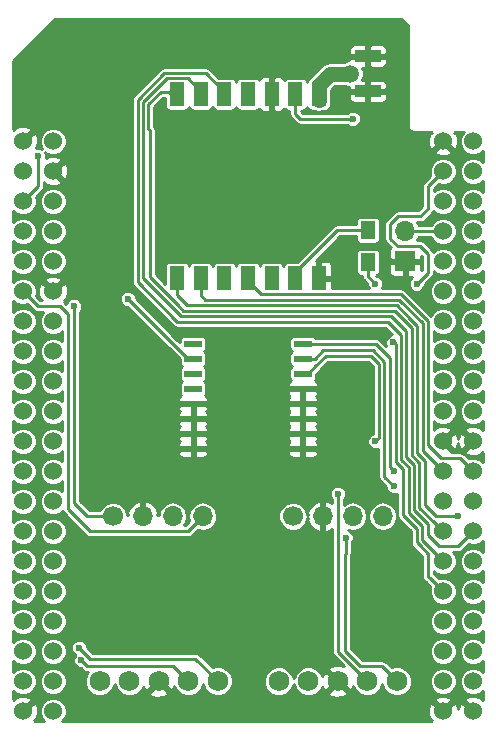
<source format=gtl>
G04 #@! TF.FileFunction,Copper,L1,Top,Signal*
%FSLAX46Y46*%
G04 Gerber Fmt 4.6, Leading zero omitted, Abs format (unit mm)*
G04 Created by KiCad (PCBNEW 4.0.5) date Sunday, 26 February 2017 'PMt' 15:03:11*
%MOMM*%
%LPD*%
G01*
G04 APERTURE LIST*
%ADD10C,0.100000*%
%ADD11R,1.300000X1.500000*%
%ADD12R,1.500000X0.600000*%
%ADD13R,1.700000X1.700000*%
%ADD14O,1.700000X1.700000*%
%ADD15C,1.700000*%
%ADD16R,1.250000X2.000000*%
%ADD17C,1.500000*%
%ADD18R,2.200000X1.000000*%
%ADD19C,1.750000*%
%ADD20C,1.524000*%
%ADD21C,0.600000*%
%ADD22C,0.254000*%
%ADD23C,0.250000*%
%ADD24C,1.270000*%
G04 APERTURE END LIST*
D10*
D11*
X158650000Y-63020000D03*
X158650000Y-65720000D03*
D12*
X143840000Y-72625000D03*
X143840000Y-73895000D03*
X143840000Y-75165000D03*
X143840000Y-76435000D03*
X143840000Y-77705000D03*
X143840000Y-78975000D03*
X143840000Y-80245000D03*
X143840000Y-81515000D03*
X153140000Y-81515000D03*
X153140000Y-80245000D03*
X153140000Y-78975000D03*
X153140000Y-77705000D03*
X153140000Y-76435000D03*
X153140000Y-75165000D03*
X153140000Y-73895000D03*
X153140000Y-72625000D03*
D13*
X161825000Y-65640000D03*
D14*
X161825000Y-63100000D03*
D15*
X152300000Y-87230000D03*
D14*
X154840000Y-87230000D03*
X157380000Y-87230000D03*
X159920000Y-87230000D03*
D15*
X137060000Y-87230000D03*
D14*
X139600000Y-87230000D03*
X142140000Y-87230000D03*
X144680000Y-87230000D03*
D16*
X154490000Y-51490000D03*
X152490000Y-51490000D03*
X150490000Y-51490000D03*
X148490000Y-51490000D03*
X146490000Y-51490000D03*
X144490000Y-51490000D03*
X142490000Y-51490000D03*
X146490000Y-67090000D03*
X142490000Y-67090000D03*
X150490000Y-67090000D03*
X152490000Y-67090000D03*
X148490000Y-67090000D03*
X154490000Y-67090000D03*
X144490000Y-67090000D03*
D17*
X157150000Y-49765000D03*
D18*
X158650000Y-48265000D03*
X158650000Y-51265000D03*
D19*
X151110000Y-101200000D03*
X153610000Y-101200000D03*
X156110000Y-101200000D03*
X158610000Y-101200000D03*
X161110000Y-101200000D03*
X135950000Y-101200000D03*
X138450000Y-101200000D03*
X140950000Y-101200000D03*
X143450000Y-101200000D03*
X145950000Y-101200000D03*
D20*
X129451100Y-55473600D03*
X131991100Y-55473600D03*
X129451100Y-58013600D03*
X131991100Y-58013600D03*
X129451100Y-60553600D03*
X131991100Y-60553600D03*
X129451100Y-63093600D03*
X131991100Y-63093600D03*
X129451100Y-65633600D03*
X131991100Y-65633600D03*
X129451100Y-68173600D03*
X131991100Y-68173600D03*
X129451100Y-70713600D03*
X131991100Y-70713600D03*
X129451100Y-73253600D03*
X131991100Y-73253600D03*
X129451100Y-75793600D03*
X131991100Y-75793600D03*
X129451100Y-78333600D03*
X131991100Y-78333600D03*
X129451100Y-80873600D03*
X131991100Y-80873600D03*
X129451100Y-83413600D03*
X131991100Y-83413600D03*
X129451100Y-85953600D03*
X131991100Y-85953600D03*
X129451100Y-88493600D03*
X131991100Y-88493600D03*
X129451100Y-91033600D03*
X131991100Y-91033600D03*
X129451100Y-93573600D03*
X131991100Y-93573600D03*
X129451100Y-96113600D03*
X131991100Y-96113600D03*
X129451100Y-98653600D03*
X131991100Y-98653600D03*
X129451100Y-101193600D03*
X131991100Y-101193600D03*
X129451100Y-103733600D03*
X131991100Y-103733600D03*
X165011100Y-55473600D03*
X167551100Y-55473600D03*
X165011100Y-58013600D03*
X167551100Y-58013600D03*
X165011100Y-60553600D03*
X167551100Y-60553600D03*
X165011100Y-63093600D03*
X167551100Y-63093600D03*
X165011100Y-65633600D03*
X167551100Y-65633600D03*
X165011100Y-68173600D03*
X167551100Y-68173600D03*
X165011100Y-70713600D03*
X167551100Y-70713600D03*
X165011100Y-73253600D03*
X167551100Y-73253600D03*
X165011100Y-75793600D03*
X167551100Y-75793600D03*
X165011100Y-78333600D03*
X167551100Y-78333600D03*
X165011100Y-80873600D03*
X167551100Y-80873600D03*
X165011100Y-83413600D03*
X167551100Y-83413600D03*
X165011100Y-85953600D03*
X167551100Y-85953600D03*
X165011100Y-88493600D03*
X167551100Y-88493600D03*
X165011100Y-91033600D03*
X167551100Y-91033600D03*
X165011100Y-93573600D03*
X167551100Y-93573600D03*
X165011100Y-96113600D03*
X167551100Y-96113600D03*
X165011100Y-98653600D03*
X167551100Y-98653600D03*
X165011100Y-101193600D03*
X167551100Y-101193600D03*
X165011100Y-103733600D03*
X167551100Y-103733600D03*
D21*
X166270000Y-69450000D03*
X151665000Y-54845000D03*
X148490000Y-56115000D03*
X142775000Y-54845000D03*
X143410000Y-59290000D03*
X145950000Y-58020000D03*
X152935000Y-59925000D03*
X154205000Y-58020000D03*
X149760000Y-60560000D03*
X146585000Y-61830000D03*
X144045000Y-63100000D03*
X145950000Y-63735000D03*
X150395000Y-64370000D03*
X154205000Y-63100000D03*
X155475000Y-65005000D03*
X148490000Y-84690000D03*
X159285000Y-80880000D03*
X133762790Y-69450000D03*
X138330000Y-68815000D03*
X130710000Y-56750000D03*
X157380000Y-53575000D03*
X160813790Y-72517273D03*
X159285000Y-67545000D03*
X160872500Y-83420000D03*
X160872500Y-84690000D03*
X166270000Y-87230000D03*
X134384479Y-99430521D03*
X134195105Y-98349895D03*
X162777500Y-67545000D03*
X156110000Y-85325000D03*
X156757621Y-89049991D03*
D22*
X150395000Y-54210000D02*
X150395000Y-52085000D01*
X150395000Y-52085000D02*
X150490000Y-51990000D01*
X151030000Y-54210000D02*
X150395000Y-54210000D01*
X151665000Y-54845000D02*
X151030000Y-54210000D01*
X142775000Y-54845000D02*
X144045000Y-56115000D01*
X144045000Y-56115000D02*
X148490000Y-56115000D01*
X145950000Y-58020000D02*
X144680000Y-59290000D01*
X144680000Y-59290000D02*
X143410000Y-59290000D01*
X154205000Y-58020000D02*
X154205000Y-58655000D01*
X154205000Y-58655000D02*
X152935000Y-59925000D01*
X146585000Y-61830000D02*
X148490000Y-61830000D01*
X148490000Y-61830000D02*
X149760000Y-60560000D01*
X145950000Y-63735000D02*
X144680000Y-63735000D01*
X144680000Y-63735000D02*
X144045000Y-63100000D01*
X154205000Y-63100000D02*
X151665000Y-63100000D01*
X151665000Y-63100000D02*
X150395000Y-64370000D01*
X154490000Y-65355000D02*
X154840000Y-65005000D01*
X154840000Y-65005000D02*
X155475000Y-65005000D01*
X154490000Y-66590000D02*
X154490000Y-65355000D01*
X159584999Y-80580001D02*
X159584999Y-74321999D01*
X159285000Y-80880000D02*
X159584999Y-80580001D01*
X159584999Y-74321999D02*
X159539000Y-74276000D01*
X159285000Y-74022000D02*
X159539000Y-74276000D01*
X154205000Y-74550000D02*
X153590000Y-75165000D01*
X158904000Y-73641000D02*
X155094000Y-73641000D01*
X154205000Y-74550000D02*
X154205000Y-74530000D01*
X154205000Y-74530000D02*
X155094000Y-73641000D01*
X153590000Y-75165000D02*
X153140000Y-75165000D01*
X159285000Y-74022000D02*
X158904000Y-73641000D01*
X161825000Y-63100000D02*
X165004700Y-63100000D01*
X165004700Y-63100000D02*
X165011100Y-63093600D01*
X133762790Y-86117212D02*
X133762790Y-69450000D01*
X134875578Y-87230000D02*
X137060000Y-87230000D01*
X133762790Y-86117212D02*
X134875578Y-87230000D01*
X142140000Y-72625000D02*
X138330000Y-68815000D01*
X142140000Y-72645000D02*
X142140000Y-72625000D01*
X143840000Y-73895000D02*
X143390000Y-73895000D01*
X143390000Y-73895000D02*
X142140000Y-72645000D01*
X130079700Y-59920300D02*
X130710000Y-59290000D01*
X130710000Y-59290000D02*
X130710000Y-56750000D01*
X130079700Y-59925000D02*
X130079700Y-59920300D01*
X129451100Y-60553600D02*
X130079700Y-59925000D01*
X130079700Y-59925000D02*
X130714700Y-59290000D01*
X152490000Y-53130000D02*
X152935000Y-53575000D01*
X152935000Y-53575000D02*
X157380000Y-53575000D01*
X152490000Y-51990000D02*
X152490000Y-53130000D01*
X135155000Y-88500000D02*
X143410000Y-88500000D01*
X144680000Y-87230000D02*
X143410000Y-88500000D01*
X133250000Y-86595000D02*
X133250000Y-70085000D01*
X129451100Y-68173600D02*
X130710000Y-69432500D01*
X130710000Y-69432500D02*
X132597500Y-69432500D01*
X132597500Y-69432500D02*
X133250000Y-70085000D01*
X133250000Y-86595000D02*
X135155000Y-88500000D01*
D23*
X152490000Y-66590000D02*
X156060000Y-63020000D01*
X156060000Y-63020000D02*
X158650000Y-63020000D01*
D22*
X161644847Y-83257688D02*
X161642020Y-83257688D01*
X161642020Y-83257688D02*
X160986790Y-82602458D01*
X160986790Y-72675790D02*
X160986790Y-82602458D01*
X160813790Y-72517273D02*
X160828273Y-72517273D01*
X160828273Y-72517273D02*
X160986790Y-72675790D01*
X161644847Y-83257688D02*
X161644847Y-83257686D01*
X160986791Y-82602459D02*
X160986791Y-82581791D01*
X163112500Y-89787500D02*
X163112500Y-89778764D01*
X161644847Y-87165383D02*
X161644847Y-83257688D01*
X162764790Y-88285326D02*
X161644847Y-87165383D01*
X163874500Y-92437000D02*
X163857000Y-92437000D01*
X162764790Y-89433882D02*
X162764790Y-88285326D01*
X163035446Y-89701710D02*
X163032618Y-89701710D01*
X163730000Y-92310000D02*
X163730000Y-90405000D01*
X163112500Y-89778764D02*
X163035446Y-89701710D01*
X163730000Y-90405000D02*
X163112500Y-89787500D01*
X163857000Y-92437000D02*
X163730000Y-92310000D01*
X163032618Y-89701710D02*
X162764790Y-89433882D01*
D23*
X163874500Y-92437000D02*
X164249101Y-92811601D01*
X164249101Y-92811601D02*
X165011100Y-93573600D01*
X158650000Y-65720000D02*
X158650000Y-66910000D01*
X158650000Y-66910000D02*
X159285000Y-67545000D01*
D22*
X160529580Y-73846394D02*
X160529580Y-82785000D01*
X160529580Y-82785000D02*
X160529580Y-83077080D01*
X160529580Y-83077080D02*
X160872500Y-83420000D01*
X159308186Y-72625000D02*
X160529580Y-73846394D01*
X153140000Y-72625000D02*
X159308186Y-72625000D01*
X160047000Y-83547000D02*
X160047000Y-83864500D01*
X160047000Y-83864500D02*
X160872500Y-84690000D01*
X153140000Y-73895000D02*
X154144000Y-73895000D01*
X154144000Y-73895000D02*
X154855211Y-73183789D01*
X154855211Y-73183789D02*
X159093382Y-73183789D01*
X159093382Y-73183789D02*
X160047000Y-74137407D01*
X160047000Y-74137407D02*
X160047000Y-83547000D01*
D23*
X140163834Y-66970756D02*
X142530149Y-69331810D01*
X140163834Y-54543812D02*
X140163834Y-66970756D01*
X140050011Y-54429989D02*
X140163834Y-54543812D01*
D22*
X142533117Y-69331810D02*
X142530149Y-69331810D01*
X161890099Y-70817047D02*
X160904052Y-69831000D01*
X160904052Y-69831000D02*
X143032307Y-69831000D01*
X143032307Y-69831000D02*
X142533117Y-69331810D01*
D23*
X161890099Y-70817047D02*
X162364367Y-71288487D01*
X163008478Y-86490978D02*
X164249101Y-87731601D01*
X162364367Y-82051569D02*
X163008478Y-82695679D01*
X163008478Y-82695679D02*
X163008478Y-86490978D01*
X162364367Y-71288487D02*
X162364367Y-82051569D01*
X164249101Y-87731601D02*
X165011100Y-88493600D01*
D22*
X141124000Y-51289000D02*
X141789000Y-51289000D01*
X141789000Y-51289000D02*
X142490000Y-51990000D01*
X140050011Y-52362989D02*
X141124000Y-51289000D01*
X140050011Y-54429989D02*
X140050011Y-52362989D01*
D23*
X142490000Y-51990000D02*
X142460000Y-51990000D01*
D22*
X143029000Y-70288209D02*
X160428000Y-70288210D01*
X161909157Y-71566157D02*
X161909157Y-71863000D01*
X160428000Y-70288210D02*
X160631210Y-70288210D01*
X160631210Y-70288210D02*
X161909157Y-71566157D01*
D23*
X161909157Y-71863000D02*
X161911156Y-82239295D01*
D22*
X139598800Y-66148000D02*
X139598800Y-66210619D01*
X139598800Y-66210619D02*
X139600798Y-66212617D01*
X139600798Y-66212617D02*
X139600798Y-67051780D01*
X139600798Y-67051780D02*
X139708835Y-67159817D01*
X139708835Y-67159817D02*
X142072939Y-69518665D01*
X142072939Y-69518665D02*
X142072939Y-69521192D01*
X142072939Y-69521192D02*
X142340767Y-69789020D01*
X142842924Y-70288209D02*
X143029000Y-70288209D01*
X142340767Y-69789020D02*
X142343735Y-69789020D01*
X142343735Y-69789020D02*
X142842924Y-70288209D01*
D23*
X139598800Y-54622543D02*
X139598800Y-66148000D01*
D22*
X143029000Y-70288209D02*
X143029000Y-70288210D01*
X143029000Y-70288210D02*
X142842925Y-70288210D01*
D23*
X139594800Y-54618543D02*
X139598800Y-54622543D01*
X141607436Y-50161799D02*
X139594800Y-52174435D01*
X143377561Y-50161799D02*
X141607436Y-50161799D01*
X144490000Y-51274238D02*
X143377561Y-50161799D01*
X139594800Y-52174435D02*
X139594800Y-54618543D01*
X144490000Y-51990000D02*
X144490000Y-51274238D01*
X162555267Y-82883405D02*
X162555267Y-86593000D01*
X162555267Y-86593000D02*
X162557267Y-86595000D01*
X161911156Y-82239295D02*
X162555267Y-82883405D01*
X163730000Y-88821262D02*
X164170738Y-89262000D01*
D22*
X162557267Y-86692267D02*
X163730000Y-87865000D01*
X163730000Y-87865000D02*
X163730000Y-88821262D01*
X162557267Y-86595000D02*
X162557267Y-86692267D01*
X164170738Y-89262000D02*
X164678738Y-89770000D01*
X164678738Y-89770000D02*
X166274700Y-89770000D01*
X166274700Y-89770000D02*
X167551100Y-88493600D01*
X139143589Y-66402000D02*
X139143589Y-67368009D01*
X139143589Y-67368009D02*
X142521000Y-70745420D01*
X142521000Y-70745420D02*
X160326420Y-70745420D01*
X160326420Y-70745420D02*
X161444000Y-71863000D01*
X161444000Y-71863000D02*
X161444000Y-82413076D01*
X161444000Y-82413076D02*
X161457945Y-82427021D01*
D23*
X139143589Y-54808269D02*
X139143589Y-66402000D01*
X139143589Y-66402000D02*
X139143589Y-67235466D01*
X144918590Y-49708588D02*
X141414713Y-49708588D01*
X139141589Y-54806269D02*
X139143589Y-54808269D01*
X146490000Y-51990000D02*
X146490000Y-51279998D01*
X161457945Y-82427021D02*
X162102056Y-83071131D01*
X139141589Y-51981712D02*
X139141589Y-54806269D01*
X146490000Y-51279998D02*
X144918590Y-49708588D01*
X162102056Y-83071131D02*
X162102056Y-86780726D01*
X141414713Y-49708588D02*
X139141589Y-51981712D01*
X162102056Y-86780726D02*
X162102056Y-86976000D01*
D22*
X163222000Y-89244500D02*
X163222000Y-88095944D01*
X163222000Y-88095944D02*
X162102056Y-86976000D01*
D23*
X163222000Y-89244500D02*
X164249101Y-90271601D01*
X164249101Y-90271601D02*
X165011100Y-91033600D01*
D22*
X162206000Y-70486356D02*
X161081363Y-69361719D01*
X161081363Y-69361719D02*
X143321719Y-69361719D01*
X143321719Y-69361719D02*
X142490000Y-68530000D01*
X142490000Y-68530000D02*
X142490000Y-66590000D01*
D23*
X162206000Y-70486356D02*
X162817578Y-71097934D01*
X162817578Y-71097934D02*
X162817578Y-81863843D01*
X163463689Y-82509953D02*
X163463689Y-86014951D01*
X162817578Y-81863843D02*
X163463689Y-82509953D01*
D22*
X163463689Y-86302425D02*
X164391264Y-87230000D01*
X164391264Y-87230000D02*
X164678738Y-87230000D01*
X163463689Y-86014951D02*
X163463689Y-86302425D01*
X166270000Y-87230000D02*
X164678738Y-87230000D01*
X167551100Y-91033600D02*
X167025600Y-91033600D01*
D24*
X154490000Y-51990000D02*
X154490000Y-50750000D01*
X154490000Y-50750000D02*
X155475000Y-49765000D01*
X157150000Y-49765000D02*
X155475000Y-49765000D01*
D22*
X143450000Y-101200000D02*
X142180000Y-99930000D01*
X134684478Y-99730520D02*
X134384479Y-99430521D01*
X142180000Y-99930000D02*
X134883958Y-99930000D01*
X134883958Y-99930000D02*
X134684478Y-99730520D01*
X144045000Y-99295000D02*
X135140210Y-99295000D01*
X135140210Y-99295000D02*
X134195105Y-98349895D01*
X145950000Y-101200000D02*
X144045000Y-99295000D01*
X156110000Y-85960000D02*
X156110000Y-85325000D01*
X163730000Y-65005000D02*
X163730000Y-66275000D01*
X163730000Y-66275000D02*
X163730000Y-66592500D01*
X163730000Y-66592500D02*
X162777500Y-67545000D01*
X163095000Y-61830000D02*
X161190000Y-61830000D01*
X160555000Y-63735000D02*
X161190000Y-64370000D01*
X161190000Y-64370000D02*
X163095000Y-64370000D01*
X160555000Y-62465000D02*
X160555000Y-63735000D01*
X161190000Y-61830000D02*
X160555000Y-62465000D01*
X163730000Y-61195000D02*
X163095000Y-61830000D01*
X163730000Y-59294700D02*
X163730000Y-61195000D01*
X165011100Y-58013600D02*
X163730000Y-59294700D01*
X163095000Y-64370000D02*
X163730000Y-65005000D01*
X156110000Y-85960000D02*
X156110000Y-98700000D01*
X156110000Y-98700000D02*
X158610000Y-101200000D01*
X156757621Y-89474255D02*
X156757621Y-89049991D01*
X156757621Y-90392379D02*
X156757621Y-89474255D01*
X156745000Y-90405000D02*
X156757621Y-90392379D01*
X156745000Y-90405000D02*
X156745000Y-91040000D01*
X158015000Y-99930000D02*
X159840000Y-99930000D01*
X159840000Y-99930000D02*
X161110000Y-101200000D01*
X156745000Y-98660000D02*
X158015000Y-99930000D01*
X156745000Y-90405000D02*
X156745000Y-98660000D01*
X165011100Y-83413600D02*
X163272789Y-81675289D01*
X163272789Y-81675289D02*
X163272789Y-70906552D01*
X163272789Y-70906552D02*
X161270745Y-68904508D01*
X161270745Y-68904508D02*
X144896508Y-68904508D01*
X144896508Y-68904508D02*
X144490000Y-68498000D01*
X144490000Y-68498000D02*
X144490000Y-66590000D01*
X149627935Y-68447297D02*
X161460127Y-68447297D01*
X161460127Y-68447297D02*
X163730000Y-70717170D01*
X164842441Y-82321399D02*
X166458899Y-82321399D01*
X148490000Y-67309362D02*
X149627935Y-68447297D01*
X163730000Y-70717170D02*
X163730000Y-81208958D01*
X163730000Y-81208958D02*
X164842441Y-82321399D01*
X148490000Y-66590000D02*
X148490000Y-67309362D01*
X166458899Y-82321399D02*
X166789101Y-82651601D01*
X166789101Y-82651601D02*
X167551100Y-83413600D01*
G36*
X162004000Y-45672187D02*
X162004000Y-54210000D01*
X162038711Y-54384504D01*
X162137559Y-54532441D01*
X162285496Y-54631289D01*
X162460000Y-54666000D01*
X164023892Y-54666000D01*
X164100376Y-54742484D01*
X163893921Y-54818903D01*
X163728419Y-55296264D01*
X163758194Y-55800623D01*
X163893921Y-56128297D01*
X164100378Y-56204717D01*
X164831495Y-55473600D01*
X164817353Y-55459458D01*
X164996958Y-55279853D01*
X165011100Y-55293995D01*
X165025243Y-55279853D01*
X165204848Y-55459458D01*
X165190705Y-55473600D01*
X165921822Y-56204717D01*
X166128279Y-56128297D01*
X166293781Y-55650936D01*
X166264006Y-55146577D01*
X166128279Y-54818903D01*
X165921824Y-54742484D01*
X165998308Y-54666000D01*
X166742252Y-54666000D01*
X166582677Y-54825297D01*
X166408299Y-55245246D01*
X166407902Y-55699959D01*
X166581546Y-56120212D01*
X166902797Y-56442023D01*
X167322746Y-56616401D01*
X167777459Y-56616798D01*
X168197712Y-56443154D01*
X168354000Y-56287138D01*
X168354000Y-57200043D01*
X168199403Y-57045177D01*
X167779454Y-56870799D01*
X167324741Y-56870402D01*
X166904488Y-57044046D01*
X166582677Y-57365297D01*
X166408299Y-57785246D01*
X166407902Y-58239959D01*
X166581546Y-58660212D01*
X166902797Y-58982023D01*
X167322746Y-59156401D01*
X167777459Y-59156798D01*
X168197712Y-58983154D01*
X168354000Y-58827138D01*
X168354000Y-59740043D01*
X168199403Y-59585177D01*
X167779454Y-59410799D01*
X167324741Y-59410402D01*
X166904488Y-59584046D01*
X166582677Y-59905297D01*
X166408299Y-60325246D01*
X166407902Y-60779959D01*
X166581546Y-61200212D01*
X166902797Y-61522023D01*
X167322746Y-61696401D01*
X167777459Y-61696798D01*
X168197712Y-61523154D01*
X168354000Y-61367138D01*
X168354000Y-62280043D01*
X168199403Y-62125177D01*
X167779454Y-61950799D01*
X167324741Y-61950402D01*
X166904488Y-62124046D01*
X166582677Y-62445297D01*
X166408299Y-62865246D01*
X166407902Y-63319959D01*
X166581546Y-63740212D01*
X166902797Y-64062023D01*
X167322746Y-64236401D01*
X167777459Y-64236798D01*
X168197712Y-64063154D01*
X168354000Y-63907138D01*
X168354000Y-64820043D01*
X168199403Y-64665177D01*
X167779454Y-64490799D01*
X167324741Y-64490402D01*
X166904488Y-64664046D01*
X166582677Y-64985297D01*
X166408299Y-65405246D01*
X166407902Y-65859959D01*
X166581546Y-66280212D01*
X166902797Y-66602023D01*
X167322746Y-66776401D01*
X167777459Y-66776798D01*
X168197712Y-66603154D01*
X168354000Y-66447138D01*
X168354000Y-67360043D01*
X168199403Y-67205177D01*
X167779454Y-67030799D01*
X167324741Y-67030402D01*
X166904488Y-67204046D01*
X166582677Y-67525297D01*
X166408299Y-67945246D01*
X166407902Y-68399959D01*
X166581546Y-68820212D01*
X166902797Y-69142023D01*
X167322746Y-69316401D01*
X167777459Y-69316798D01*
X168197712Y-69143154D01*
X168354000Y-68987138D01*
X168354000Y-69900043D01*
X168199403Y-69745177D01*
X167779454Y-69570799D01*
X167324741Y-69570402D01*
X166904488Y-69744046D01*
X166582677Y-70065297D01*
X166408299Y-70485246D01*
X166407902Y-70939959D01*
X166581546Y-71360212D01*
X166902797Y-71682023D01*
X167322746Y-71856401D01*
X167777459Y-71856798D01*
X168197712Y-71683154D01*
X168354000Y-71527138D01*
X168354000Y-72440043D01*
X168199403Y-72285177D01*
X167779454Y-72110799D01*
X167324741Y-72110402D01*
X166904488Y-72284046D01*
X166582677Y-72605297D01*
X166408299Y-73025246D01*
X166407902Y-73479959D01*
X166581546Y-73900212D01*
X166902797Y-74222023D01*
X167322746Y-74396401D01*
X167777459Y-74396798D01*
X168197712Y-74223154D01*
X168354000Y-74067138D01*
X168354000Y-74980043D01*
X168199403Y-74825177D01*
X167779454Y-74650799D01*
X167324741Y-74650402D01*
X166904488Y-74824046D01*
X166582677Y-75145297D01*
X166408299Y-75565246D01*
X166407902Y-76019959D01*
X166581546Y-76440212D01*
X166902797Y-76762023D01*
X167322746Y-76936401D01*
X167777459Y-76936798D01*
X168197712Y-76763154D01*
X168354000Y-76607138D01*
X168354000Y-77520043D01*
X168199403Y-77365177D01*
X167779454Y-77190799D01*
X167324741Y-77190402D01*
X166904488Y-77364046D01*
X166582677Y-77685297D01*
X166408299Y-78105246D01*
X166407902Y-78559959D01*
X166581546Y-78980212D01*
X166902797Y-79302023D01*
X167322746Y-79476401D01*
X167777459Y-79476798D01*
X168197712Y-79303154D01*
X168354000Y-79147138D01*
X168354000Y-79891092D01*
X168282216Y-79962876D01*
X168205797Y-79756421D01*
X167728436Y-79590919D01*
X167224077Y-79620694D01*
X166896403Y-79756421D01*
X166819983Y-79962878D01*
X167551100Y-80693995D01*
X167565243Y-80679853D01*
X167744848Y-80859458D01*
X167730705Y-80873600D01*
X167744848Y-80887743D01*
X167565243Y-81067348D01*
X167551100Y-81053205D01*
X166819983Y-81784322D01*
X166896403Y-81990779D01*
X167373764Y-82156281D01*
X167878123Y-82126506D01*
X168205797Y-81990779D01*
X168282216Y-81784324D01*
X168354000Y-81856108D01*
X168354000Y-82600043D01*
X168199403Y-82445177D01*
X167779454Y-82270799D01*
X167324741Y-82270402D01*
X167184336Y-82328416D01*
X166818109Y-81962189D01*
X166653302Y-81852068D01*
X166458899Y-81813399D01*
X165731454Y-81813399D01*
X165742217Y-81784322D01*
X165011100Y-81053205D01*
X164996958Y-81067348D01*
X164817353Y-80887743D01*
X164831495Y-80873600D01*
X165190705Y-80873600D01*
X165921822Y-81604717D01*
X166128279Y-81528297D01*
X166290001Y-81061839D01*
X166298194Y-81200623D01*
X166433921Y-81528297D01*
X166640378Y-81604717D01*
X167371495Y-80873600D01*
X166640378Y-80142483D01*
X166433921Y-80218903D01*
X166272199Y-80685361D01*
X166264006Y-80546577D01*
X166128279Y-80218903D01*
X165921822Y-80142483D01*
X165190705Y-80873600D01*
X164831495Y-80873600D01*
X164817353Y-80859458D01*
X164996958Y-80679853D01*
X165011100Y-80693995D01*
X165742217Y-79962878D01*
X165665797Y-79756421D01*
X165188436Y-79590919D01*
X164684077Y-79620694D01*
X164356403Y-79756421D01*
X164279984Y-79962876D01*
X164238000Y-79920892D01*
X164238000Y-79177008D01*
X164362797Y-79302023D01*
X164782746Y-79476401D01*
X165237459Y-79476798D01*
X165657712Y-79303154D01*
X165979523Y-78981903D01*
X166153901Y-78561954D01*
X166154298Y-78107241D01*
X165980654Y-77686988D01*
X165659403Y-77365177D01*
X165239454Y-77190799D01*
X164784741Y-77190402D01*
X164364488Y-77364046D01*
X164238000Y-77490314D01*
X164238000Y-76637008D01*
X164362797Y-76762023D01*
X164782746Y-76936401D01*
X165237459Y-76936798D01*
X165657712Y-76763154D01*
X165979523Y-76441903D01*
X166153901Y-76021954D01*
X166154298Y-75567241D01*
X165980654Y-75146988D01*
X165659403Y-74825177D01*
X165239454Y-74650799D01*
X164784741Y-74650402D01*
X164364488Y-74824046D01*
X164238000Y-74950314D01*
X164238000Y-74097008D01*
X164362797Y-74222023D01*
X164782746Y-74396401D01*
X165237459Y-74396798D01*
X165657712Y-74223154D01*
X165979523Y-73901903D01*
X166153901Y-73481954D01*
X166154298Y-73027241D01*
X165980654Y-72606988D01*
X165659403Y-72285177D01*
X165239454Y-72110799D01*
X164784741Y-72110402D01*
X164364488Y-72284046D01*
X164238000Y-72410314D01*
X164238000Y-71557008D01*
X164362797Y-71682023D01*
X164782746Y-71856401D01*
X165237459Y-71856798D01*
X165657712Y-71683154D01*
X165979523Y-71361903D01*
X166153901Y-70941954D01*
X166154298Y-70487241D01*
X165980654Y-70066988D01*
X165659403Y-69745177D01*
X165239454Y-69570799D01*
X164784741Y-69570402D01*
X164364488Y-69744046D01*
X164042677Y-70065297D01*
X163970461Y-70239211D01*
X162131209Y-68399959D01*
X163867902Y-68399959D01*
X164041546Y-68820212D01*
X164362797Y-69142023D01*
X164782746Y-69316401D01*
X165237459Y-69316798D01*
X165657712Y-69143154D01*
X165979523Y-68821903D01*
X166153901Y-68401954D01*
X166154298Y-67947241D01*
X165980654Y-67526988D01*
X165659403Y-67205177D01*
X165239454Y-67030799D01*
X164784741Y-67030402D01*
X164364488Y-67204046D01*
X164042677Y-67525297D01*
X163868299Y-67945246D01*
X163867902Y-68399959D01*
X162131209Y-68399959D01*
X161819337Y-68088087D01*
X161654530Y-67977966D01*
X161460127Y-67939297D01*
X159853935Y-67939297D01*
X159861987Y-67931259D01*
X159965882Y-67681054D01*
X159966118Y-67410135D01*
X159862661Y-67159748D01*
X159671259Y-66968013D01*
X159421054Y-66864118D01*
X159319622Y-66864030D01*
X159311830Y-66856238D01*
X159441190Y-66831897D01*
X159570865Y-66748454D01*
X159657859Y-66621134D01*
X159688464Y-66470000D01*
X159688464Y-65894000D01*
X160467000Y-65894000D01*
X160467000Y-66591048D01*
X160544339Y-66777759D01*
X160687242Y-66920662D01*
X160873953Y-66998000D01*
X161571000Y-66998000D01*
X161698000Y-66871000D01*
X161698000Y-65767000D01*
X160594000Y-65767000D01*
X160467000Y-65894000D01*
X159688464Y-65894000D01*
X159688464Y-64970000D01*
X159661897Y-64828810D01*
X159578454Y-64699135D01*
X159451134Y-64612141D01*
X159300000Y-64581536D01*
X158000000Y-64581536D01*
X157858810Y-64608103D01*
X157729135Y-64691546D01*
X157642141Y-64818866D01*
X157611536Y-64970000D01*
X157611536Y-66470000D01*
X157638103Y-66611190D01*
X157721546Y-66740865D01*
X157848866Y-66827859D01*
X158000000Y-66858464D01*
X158144000Y-66858464D01*
X158144000Y-66910000D01*
X158182517Y-67103638D01*
X158292204Y-67267796D01*
X158603969Y-67579561D01*
X158603882Y-67679865D01*
X158707339Y-67930252D01*
X158716368Y-67939297D01*
X155623000Y-67939297D01*
X155623000Y-67344000D01*
X155496000Y-67217000D01*
X154617000Y-67217000D01*
X154617000Y-67237000D01*
X154363000Y-67237000D01*
X154363000Y-67217000D01*
X154343000Y-67217000D01*
X154343000Y-66963000D01*
X154363000Y-66963000D01*
X154363000Y-65709000D01*
X154617000Y-65709000D01*
X154617000Y-66963000D01*
X155496000Y-66963000D01*
X155623000Y-66836000D01*
X155623000Y-65988953D01*
X155545662Y-65802242D01*
X155402759Y-65659339D01*
X155216048Y-65582000D01*
X154744000Y-65582000D01*
X154617000Y-65709000D01*
X154363000Y-65709000D01*
X154236000Y-65582000D01*
X154213592Y-65582000D01*
X156269592Y-63526000D01*
X157611536Y-63526000D01*
X157611536Y-63770000D01*
X157638103Y-63911190D01*
X157721546Y-64040865D01*
X157848866Y-64127859D01*
X158000000Y-64158464D01*
X159300000Y-64158464D01*
X159441190Y-64131897D01*
X159570865Y-64048454D01*
X159657859Y-63921134D01*
X159688464Y-63770000D01*
X159688464Y-62465000D01*
X160047000Y-62465000D01*
X160047000Y-63735000D01*
X160085669Y-63929403D01*
X160195790Y-64094210D01*
X160574080Y-64472500D01*
X160544339Y-64502241D01*
X160467000Y-64688952D01*
X160467000Y-65386000D01*
X160594000Y-65513000D01*
X161698000Y-65513000D01*
X161698000Y-65493000D01*
X161952000Y-65493000D01*
X161952000Y-65513000D01*
X163056000Y-65513000D01*
X163183000Y-65386000D01*
X163183000Y-65176421D01*
X163222000Y-65215421D01*
X163222000Y-66382079D01*
X163183000Y-66421079D01*
X163183000Y-65894000D01*
X163056000Y-65767000D01*
X161952000Y-65767000D01*
X161952000Y-66871000D01*
X162079000Y-66998000D01*
X162361534Y-66998000D01*
X162200513Y-67158741D01*
X162096618Y-67408946D01*
X162096382Y-67679865D01*
X162199839Y-67930252D01*
X162391241Y-68121987D01*
X162641446Y-68225882D01*
X162912365Y-68226118D01*
X163162752Y-68122661D01*
X163354487Y-67931259D01*
X163458382Y-67681054D01*
X163458468Y-67582452D01*
X164089210Y-66951711D01*
X164199331Y-66786904D01*
X164218552Y-66690270D01*
X164238000Y-66592500D01*
X164238000Y-66477008D01*
X164362797Y-66602023D01*
X164782746Y-66776401D01*
X165237459Y-66776798D01*
X165657712Y-66603154D01*
X165979523Y-66281903D01*
X166153901Y-65861954D01*
X166154298Y-65407241D01*
X165980654Y-64986988D01*
X165659403Y-64665177D01*
X165239454Y-64490799D01*
X164784741Y-64490402D01*
X164364488Y-64664046D01*
X164202371Y-64825881D01*
X164199331Y-64810597D01*
X164089211Y-64645790D01*
X163454210Y-64010790D01*
X163289403Y-63900669D01*
X163095000Y-63862000D01*
X162792028Y-63862000D01*
X162961746Y-63608000D01*
X163986917Y-63608000D01*
X164041546Y-63740212D01*
X164362797Y-64062023D01*
X164782746Y-64236401D01*
X165237459Y-64236798D01*
X165657712Y-64063154D01*
X165979523Y-63741903D01*
X166153901Y-63321954D01*
X166154298Y-62867241D01*
X165980654Y-62446988D01*
X165659403Y-62125177D01*
X165239454Y-61950799D01*
X164784741Y-61950402D01*
X164364488Y-62124046D01*
X164042677Y-62445297D01*
X163981761Y-62592000D01*
X162961746Y-62592000D01*
X162792028Y-62338000D01*
X163095000Y-62338000D01*
X163289403Y-62299331D01*
X163454210Y-62189210D01*
X164089211Y-61554210D01*
X164199331Y-61389403D01*
X164204494Y-61363444D01*
X164362797Y-61522023D01*
X164782746Y-61696401D01*
X165237459Y-61696798D01*
X165657712Y-61523154D01*
X165979523Y-61201903D01*
X166153901Y-60781954D01*
X166154298Y-60327241D01*
X165980654Y-59906988D01*
X165659403Y-59585177D01*
X165239454Y-59410799D01*
X164784741Y-59410402D01*
X164364488Y-59584046D01*
X164238000Y-59710314D01*
X164238000Y-59505120D01*
X164644234Y-59098886D01*
X164782746Y-59156401D01*
X165237459Y-59156798D01*
X165657712Y-58983154D01*
X165979523Y-58661903D01*
X166153901Y-58241954D01*
X166154298Y-57787241D01*
X165980654Y-57366988D01*
X165659403Y-57045177D01*
X165239454Y-56870799D01*
X164784741Y-56870402D01*
X164364488Y-57044046D01*
X164042677Y-57365297D01*
X163868299Y-57785246D01*
X163867902Y-58239959D01*
X163925916Y-58380364D01*
X163370790Y-58935490D01*
X163260669Y-59100297D01*
X163222000Y-59294700D01*
X163222000Y-60984579D01*
X162884580Y-61322000D01*
X161190000Y-61322000D01*
X160995597Y-61360669D01*
X160830790Y-61470789D01*
X160195790Y-62105790D01*
X160085669Y-62270597D01*
X160047000Y-62465000D01*
X159688464Y-62465000D01*
X159688464Y-62270000D01*
X159661897Y-62128810D01*
X159578454Y-61999135D01*
X159451134Y-61912141D01*
X159300000Y-61881536D01*
X158000000Y-61881536D01*
X157858810Y-61908103D01*
X157729135Y-61991546D01*
X157642141Y-62118866D01*
X157611536Y-62270000D01*
X157611536Y-62514000D01*
X156060000Y-62514000D01*
X155866362Y-62552517D01*
X155702204Y-62662204D01*
X152662872Y-65701536D01*
X151865000Y-65701536D01*
X151723810Y-65728103D01*
X151594135Y-65811546D01*
X151507141Y-65938866D01*
X151490494Y-66021072D01*
X151476897Y-65948810D01*
X151393454Y-65819135D01*
X151266134Y-65732141D01*
X151115000Y-65701536D01*
X149865000Y-65701536D01*
X149723810Y-65728103D01*
X149594135Y-65811546D01*
X149507141Y-65938866D01*
X149490494Y-66021072D01*
X149476897Y-65948810D01*
X149393454Y-65819135D01*
X149266134Y-65732141D01*
X149115000Y-65701536D01*
X147865000Y-65701536D01*
X147723810Y-65728103D01*
X147594135Y-65811546D01*
X147507141Y-65938866D01*
X147490494Y-66021072D01*
X147476897Y-65948810D01*
X147393454Y-65819135D01*
X147266134Y-65732141D01*
X147115000Y-65701536D01*
X145865000Y-65701536D01*
X145723810Y-65728103D01*
X145594135Y-65811546D01*
X145507141Y-65938866D01*
X145490494Y-66021072D01*
X145476897Y-65948810D01*
X145393454Y-65819135D01*
X145266134Y-65732141D01*
X145115000Y-65701536D01*
X143865000Y-65701536D01*
X143723810Y-65728103D01*
X143594135Y-65811546D01*
X143507141Y-65938866D01*
X143490494Y-66021072D01*
X143476897Y-65948810D01*
X143393454Y-65819135D01*
X143266134Y-65732141D01*
X143115000Y-65701536D01*
X141865000Y-65701536D01*
X141723810Y-65728103D01*
X141594135Y-65811546D01*
X141507141Y-65938866D01*
X141476536Y-66090000D01*
X141476536Y-67565742D01*
X140669834Y-66760834D01*
X140669834Y-56384322D01*
X164279983Y-56384322D01*
X164356403Y-56590779D01*
X164833764Y-56756281D01*
X165338123Y-56726506D01*
X165665797Y-56590779D01*
X165742217Y-56384322D01*
X165011100Y-55653205D01*
X164279983Y-56384322D01*
X140669834Y-56384322D01*
X140669834Y-54543812D01*
X140631317Y-54350174D01*
X140558011Y-54240464D01*
X140558011Y-52573409D01*
X141334420Y-51797000D01*
X141476536Y-51797000D01*
X141476536Y-52490000D01*
X141503103Y-52631190D01*
X141586546Y-52760865D01*
X141713866Y-52847859D01*
X141865000Y-52878464D01*
X143115000Y-52878464D01*
X143256190Y-52851897D01*
X143385865Y-52768454D01*
X143472859Y-52641134D01*
X143489506Y-52558928D01*
X143503103Y-52631190D01*
X143586546Y-52760865D01*
X143713866Y-52847859D01*
X143865000Y-52878464D01*
X145115000Y-52878464D01*
X145256190Y-52851897D01*
X145385865Y-52768454D01*
X145472859Y-52641134D01*
X145489506Y-52558928D01*
X145503103Y-52631190D01*
X145586546Y-52760865D01*
X145713866Y-52847859D01*
X145865000Y-52878464D01*
X147115000Y-52878464D01*
X147256190Y-52851897D01*
X147385865Y-52768454D01*
X147472859Y-52641134D01*
X147489506Y-52558928D01*
X147503103Y-52631190D01*
X147586546Y-52760865D01*
X147713866Y-52847859D01*
X147865000Y-52878464D01*
X149115000Y-52878464D01*
X149256190Y-52851897D01*
X149385865Y-52768454D01*
X149413644Y-52727798D01*
X149434338Y-52777758D01*
X149577241Y-52920661D01*
X149763952Y-52998000D01*
X150236000Y-52998000D01*
X150363000Y-52871000D01*
X150363000Y-51617000D01*
X150343000Y-51617000D01*
X150343000Y-51363000D01*
X150363000Y-51363000D01*
X150363000Y-50109000D01*
X150617000Y-50109000D01*
X150617000Y-51363000D01*
X150637000Y-51363000D01*
X150637000Y-51617000D01*
X150617000Y-51617000D01*
X150617000Y-52871000D01*
X150744000Y-52998000D01*
X151216048Y-52998000D01*
X151402759Y-52920661D01*
X151545662Y-52777758D01*
X151565930Y-52728827D01*
X151586546Y-52760865D01*
X151713866Y-52847859D01*
X151865000Y-52878464D01*
X151982000Y-52878464D01*
X151982000Y-53130000D01*
X152020669Y-53324403D01*
X152130790Y-53489210D01*
X152575790Y-53934210D01*
X152740597Y-54044331D01*
X152935000Y-54083000D01*
X156924874Y-54083000D01*
X156993741Y-54151987D01*
X157243946Y-54255882D01*
X157514865Y-54256118D01*
X157765252Y-54152661D01*
X157956987Y-53961259D01*
X158060882Y-53711054D01*
X158061118Y-53440135D01*
X157957661Y-53189748D01*
X157766259Y-52998013D01*
X157516054Y-52894118D01*
X157245135Y-52893882D01*
X156994748Y-52997339D01*
X156924966Y-53067000D01*
X153145420Y-53067000D01*
X152998000Y-52919580D01*
X152998000Y-52878464D01*
X153115000Y-52878464D01*
X153256190Y-52851897D01*
X153385865Y-52768454D01*
X153472859Y-52641134D01*
X153489506Y-52558928D01*
X153503103Y-52631190D01*
X153586546Y-52760865D01*
X153713866Y-52847859D01*
X153865000Y-52878464D01*
X154026068Y-52878464D01*
X154101194Y-52928662D01*
X154490000Y-53006000D01*
X154878806Y-52928662D01*
X154953932Y-52878464D01*
X155115000Y-52878464D01*
X155256190Y-52851897D01*
X155385865Y-52768454D01*
X155472859Y-52641134D01*
X155503464Y-52490000D01*
X155503464Y-52002749D01*
X155506000Y-51990000D01*
X155506000Y-51519000D01*
X157042000Y-51519000D01*
X157042000Y-51866048D01*
X157119339Y-52052759D01*
X157262242Y-52195662D01*
X157448953Y-52273000D01*
X158396000Y-52273000D01*
X158523000Y-52146000D01*
X158523000Y-51392000D01*
X158777000Y-51392000D01*
X158777000Y-52146000D01*
X158904000Y-52273000D01*
X159851047Y-52273000D01*
X160037758Y-52195662D01*
X160180661Y-52052759D01*
X160258000Y-51866048D01*
X160258000Y-51519000D01*
X160131000Y-51392000D01*
X158777000Y-51392000D01*
X158523000Y-51392000D01*
X157169000Y-51392000D01*
X157042000Y-51519000D01*
X155506000Y-51519000D01*
X155506000Y-51170840D01*
X155895841Y-50781000D01*
X156647565Y-50781000D01*
X156924043Y-50895804D01*
X157042000Y-50895907D01*
X157042000Y-51011000D01*
X157169000Y-51138000D01*
X158523000Y-51138000D01*
X158523000Y-50384000D01*
X158777000Y-50384000D01*
X158777000Y-51138000D01*
X160131000Y-51138000D01*
X160258000Y-51011000D01*
X160258000Y-50663952D01*
X160180661Y-50477241D01*
X160037758Y-50334338D01*
X159851047Y-50257000D01*
X158904000Y-50257000D01*
X158777000Y-50384000D01*
X158523000Y-50384000D01*
X158396000Y-50257000D01*
X158170333Y-50257000D01*
X158280804Y-49990957D01*
X158281196Y-49541017D01*
X158170454Y-49273000D01*
X158396000Y-49273000D01*
X158523000Y-49146000D01*
X158523000Y-48392000D01*
X158777000Y-48392000D01*
X158777000Y-49146000D01*
X158904000Y-49273000D01*
X159851047Y-49273000D01*
X160037758Y-49195662D01*
X160180661Y-49052759D01*
X160258000Y-48866048D01*
X160258000Y-48519000D01*
X160131000Y-48392000D01*
X158777000Y-48392000D01*
X158523000Y-48392000D01*
X157169000Y-48392000D01*
X157042000Y-48519000D01*
X157042000Y-48633905D01*
X156926017Y-48633804D01*
X156647220Y-48749000D01*
X155475000Y-48749000D01*
X155086194Y-48826338D01*
X155086192Y-48826339D01*
X155086193Y-48826339D01*
X154756579Y-49046580D01*
X153771580Y-50031580D01*
X153694470Y-50146983D01*
X153594135Y-50211546D01*
X153507141Y-50338866D01*
X153490494Y-50421072D01*
X153476897Y-50348810D01*
X153393454Y-50219135D01*
X153266134Y-50132141D01*
X153115000Y-50101536D01*
X151865000Y-50101536D01*
X151723810Y-50128103D01*
X151594135Y-50211546D01*
X151566356Y-50252202D01*
X151545662Y-50202242D01*
X151402759Y-50059339D01*
X151216048Y-49982000D01*
X150744000Y-49982000D01*
X150617000Y-50109000D01*
X150363000Y-50109000D01*
X150236000Y-49982000D01*
X149763952Y-49982000D01*
X149577241Y-50059339D01*
X149434338Y-50202242D01*
X149414070Y-50251173D01*
X149393454Y-50219135D01*
X149266134Y-50132141D01*
X149115000Y-50101536D01*
X147865000Y-50101536D01*
X147723810Y-50128103D01*
X147594135Y-50211546D01*
X147507141Y-50338866D01*
X147490494Y-50421072D01*
X147476897Y-50348810D01*
X147393454Y-50219135D01*
X147266134Y-50132141D01*
X147115000Y-50101536D01*
X146027130Y-50101536D01*
X145276386Y-49350792D01*
X145112228Y-49241105D01*
X144918590Y-49202588D01*
X141414713Y-49202588D01*
X141221075Y-49241105D01*
X141056917Y-49350792D01*
X138783793Y-51623916D01*
X138674106Y-51788074D01*
X138635589Y-51981712D01*
X138635589Y-54806269D01*
X138637589Y-54816324D01*
X138637589Y-66391945D01*
X138635589Y-66402000D01*
X138635589Y-67368009D01*
X138674258Y-67562412D01*
X138784379Y-67727219D01*
X142161789Y-71104630D01*
X142268469Y-71175911D01*
X142326597Y-71214751D01*
X142521000Y-71253420D01*
X160116000Y-71253420D01*
X160698752Y-71836172D01*
X160678925Y-71836155D01*
X160428538Y-71939612D01*
X160236803Y-72131014D01*
X160132908Y-72381219D01*
X160132672Y-72652138D01*
X160188247Y-72786641D01*
X159667396Y-72265790D01*
X159502589Y-72155669D01*
X159308186Y-72117000D01*
X154208906Y-72117000D01*
X154168454Y-72054135D01*
X154041134Y-71967141D01*
X153890000Y-71936536D01*
X152390000Y-71936536D01*
X152248810Y-71963103D01*
X152119135Y-72046546D01*
X152032141Y-72173866D01*
X152001536Y-72325000D01*
X152001536Y-72925000D01*
X152028103Y-73066190D01*
X152111546Y-73195865D01*
X152206187Y-73260530D01*
X152119135Y-73316546D01*
X152032141Y-73443866D01*
X152001536Y-73595000D01*
X152001536Y-74195000D01*
X152028103Y-74336190D01*
X152111546Y-74465865D01*
X152206187Y-74530530D01*
X152119135Y-74586546D01*
X152032141Y-74713866D01*
X152001536Y-74865000D01*
X152001536Y-75465000D01*
X152028103Y-75606190D01*
X152095559Y-75711021D01*
X151959339Y-75847241D01*
X151882000Y-76033952D01*
X151882000Y-76181000D01*
X152009000Y-76308000D01*
X153013000Y-76308000D01*
X153013000Y-76288000D01*
X153267000Y-76288000D01*
X153267000Y-76308000D01*
X154271000Y-76308000D01*
X154398000Y-76181000D01*
X154398000Y-76033952D01*
X154320661Y-75847241D01*
X154183600Y-75710180D01*
X154247859Y-75616134D01*
X154278464Y-75465000D01*
X154278464Y-75194956D01*
X154564210Y-74909210D01*
X154604485Y-74848935D01*
X155304420Y-74149000D01*
X158693580Y-74149000D01*
X158925789Y-74381210D01*
X158925792Y-74381212D01*
X159076999Y-74532419D01*
X159076999Y-80229101D01*
X158899748Y-80302339D01*
X158708013Y-80493741D01*
X158604118Y-80743946D01*
X158603882Y-81014865D01*
X158707339Y-81265252D01*
X158898741Y-81456987D01*
X159148946Y-81560882D01*
X159419865Y-81561118D01*
X159539000Y-81511893D01*
X159539000Y-83864500D01*
X159577669Y-84058903D01*
X159687790Y-84223710D01*
X160191467Y-84727387D01*
X160191382Y-84824865D01*
X160294839Y-85075252D01*
X160486241Y-85266987D01*
X160736446Y-85370882D01*
X161007365Y-85371118D01*
X161136847Y-85317618D01*
X161136847Y-87134731D01*
X161057296Y-86734800D01*
X160790448Y-86335435D01*
X160391083Y-86068587D01*
X159920000Y-85974883D01*
X159448917Y-86068587D01*
X159049552Y-86335435D01*
X158782704Y-86734800D01*
X158689000Y-87205883D01*
X158689000Y-87254117D01*
X158782704Y-87725200D01*
X159049552Y-88124565D01*
X159448917Y-88391413D01*
X159920000Y-88485117D01*
X160391083Y-88391413D01*
X160790448Y-88124565D01*
X161057296Y-87725200D01*
X161151000Y-87254117D01*
X161151000Y-87236535D01*
X161175516Y-87359786D01*
X161285637Y-87524593D01*
X162256790Y-88495747D01*
X162256790Y-89433882D01*
X162295459Y-89628285D01*
X162405580Y-89793092D01*
X162673408Y-90060920D01*
X162681931Y-90066615D01*
X162735698Y-90120382D01*
X162753290Y-90146710D01*
X163222000Y-90615420D01*
X163222000Y-92310000D01*
X163260669Y-92504403D01*
X163370790Y-92669210D01*
X163497790Y-92796210D01*
X163559053Y-92837145D01*
X163926644Y-93204736D01*
X163868299Y-93345246D01*
X163867902Y-93799959D01*
X164041546Y-94220212D01*
X164362797Y-94542023D01*
X164782746Y-94716401D01*
X165237459Y-94716798D01*
X165657712Y-94543154D01*
X165979523Y-94221903D01*
X166153901Y-93801954D01*
X166154298Y-93347241D01*
X165980654Y-92926988D01*
X165659403Y-92605177D01*
X165239454Y-92430799D01*
X164784741Y-92430402D01*
X164642335Y-92489243D01*
X164239405Y-92086313D01*
X164238000Y-92084210D01*
X164238000Y-91877008D01*
X164362797Y-92002023D01*
X164782746Y-92176401D01*
X165237459Y-92176798D01*
X165657712Y-92003154D01*
X165979523Y-91681903D01*
X166153901Y-91261954D01*
X166154298Y-90807241D01*
X165980654Y-90386988D01*
X165871856Y-90278000D01*
X166274700Y-90278000D01*
X166469103Y-90239331D01*
X166633910Y-90129210D01*
X167184234Y-89578886D01*
X167322746Y-89636401D01*
X167777459Y-89636798D01*
X168197712Y-89463154D01*
X168354000Y-89307138D01*
X168354000Y-90220043D01*
X168199403Y-90065177D01*
X167779454Y-89890799D01*
X167324741Y-89890402D01*
X166904488Y-90064046D01*
X166582677Y-90385297D01*
X166408299Y-90805246D01*
X166407902Y-91259959D01*
X166581546Y-91680212D01*
X166902797Y-92002023D01*
X167322746Y-92176401D01*
X167777459Y-92176798D01*
X168197712Y-92003154D01*
X168354000Y-91847138D01*
X168354000Y-92760043D01*
X168199403Y-92605177D01*
X167779454Y-92430799D01*
X167324741Y-92430402D01*
X166904488Y-92604046D01*
X166582677Y-92925297D01*
X166408299Y-93345246D01*
X166407902Y-93799959D01*
X166581546Y-94220212D01*
X166902797Y-94542023D01*
X167322746Y-94716401D01*
X167777459Y-94716798D01*
X168197712Y-94543154D01*
X168354000Y-94387138D01*
X168354000Y-95300043D01*
X168199403Y-95145177D01*
X167779454Y-94970799D01*
X167324741Y-94970402D01*
X166904488Y-95144046D01*
X166582677Y-95465297D01*
X166408299Y-95885246D01*
X166407902Y-96339959D01*
X166581546Y-96760212D01*
X166902797Y-97082023D01*
X167322746Y-97256401D01*
X167777459Y-97256798D01*
X168197712Y-97083154D01*
X168354000Y-96927138D01*
X168354000Y-97840043D01*
X168199403Y-97685177D01*
X167779454Y-97510799D01*
X167324741Y-97510402D01*
X166904488Y-97684046D01*
X166582677Y-98005297D01*
X166408299Y-98425246D01*
X166407902Y-98879959D01*
X166581546Y-99300212D01*
X166902797Y-99622023D01*
X167322746Y-99796401D01*
X167777459Y-99796798D01*
X168197712Y-99623154D01*
X168354000Y-99467138D01*
X168354000Y-100380043D01*
X168199403Y-100225177D01*
X167779454Y-100050799D01*
X167324741Y-100050402D01*
X166904488Y-100224046D01*
X166582677Y-100545297D01*
X166408299Y-100965246D01*
X166407902Y-101419959D01*
X166581546Y-101840212D01*
X166902797Y-102162023D01*
X167322746Y-102336401D01*
X167777459Y-102336798D01*
X168197712Y-102163154D01*
X168354000Y-102007138D01*
X168354000Y-102751092D01*
X168282216Y-102822876D01*
X168205797Y-102616421D01*
X167728436Y-102450919D01*
X167224077Y-102480694D01*
X166896403Y-102616421D01*
X166819983Y-102822878D01*
X167551100Y-103553995D01*
X167565243Y-103539853D01*
X167744848Y-103719458D01*
X167730705Y-103733600D01*
X167744848Y-103747743D01*
X167565243Y-103927348D01*
X167551100Y-103913205D01*
X167536958Y-103927348D01*
X167357353Y-103747743D01*
X167371495Y-103733600D01*
X166640378Y-103002483D01*
X166433921Y-103078903D01*
X166272199Y-103545361D01*
X166264006Y-103406577D01*
X166128279Y-103078903D01*
X165921822Y-103002483D01*
X165190705Y-103733600D01*
X165204848Y-103747743D01*
X165025243Y-103927348D01*
X165011100Y-103913205D01*
X164996958Y-103927348D01*
X164817353Y-103747743D01*
X164831495Y-103733600D01*
X164100378Y-103002483D01*
X163893921Y-103078903D01*
X163728419Y-103556264D01*
X163758194Y-104060623D01*
X163893921Y-104388297D01*
X164100376Y-104464716D01*
X164011092Y-104554000D01*
X132787126Y-104554000D01*
X132959523Y-104381903D01*
X133133901Y-103961954D01*
X133134298Y-103507241D01*
X132960654Y-103086988D01*
X132697004Y-102822878D01*
X164279983Y-102822878D01*
X165011100Y-103553995D01*
X165742217Y-102822878D01*
X165665797Y-102616421D01*
X165188436Y-102450919D01*
X164684077Y-102480694D01*
X164356403Y-102616421D01*
X164279983Y-102822878D01*
X132697004Y-102822878D01*
X132639403Y-102765177D01*
X132219454Y-102590799D01*
X131764741Y-102590402D01*
X131344488Y-102764046D01*
X131022677Y-103085297D01*
X130848299Y-103505246D01*
X130847902Y-103959959D01*
X131021546Y-104380212D01*
X131195032Y-104554000D01*
X130451108Y-104554000D01*
X130361824Y-104464716D01*
X130568279Y-104388297D01*
X130733781Y-103910936D01*
X130704006Y-103406577D01*
X130568279Y-103078903D01*
X130361822Y-103002483D01*
X129630705Y-103733600D01*
X129644848Y-103747743D01*
X129465243Y-103927348D01*
X129451100Y-103913205D01*
X129436958Y-103927348D01*
X129257353Y-103747743D01*
X129271495Y-103733600D01*
X129257353Y-103719458D01*
X129436958Y-103539853D01*
X129451100Y-103553995D01*
X130182217Y-102822878D01*
X130105797Y-102616421D01*
X129628436Y-102450919D01*
X129124077Y-102480694D01*
X128796403Y-102616421D01*
X128719984Y-102822876D01*
X128627044Y-102729936D01*
X128626000Y-102730980D01*
X128626000Y-101984918D01*
X128802797Y-102162023D01*
X129222746Y-102336401D01*
X129677459Y-102336798D01*
X130097712Y-102163154D01*
X130419523Y-101841903D01*
X130593901Y-101421954D01*
X130593902Y-101419959D01*
X130847902Y-101419959D01*
X131021546Y-101840212D01*
X131342797Y-102162023D01*
X131762746Y-102336401D01*
X132217459Y-102336798D01*
X132637712Y-102163154D01*
X132959523Y-101841903D01*
X133133901Y-101421954D01*
X133134298Y-100967241D01*
X132960654Y-100546988D01*
X132639403Y-100225177D01*
X132219454Y-100050799D01*
X131764741Y-100050402D01*
X131344488Y-100224046D01*
X131022677Y-100545297D01*
X130848299Y-100965246D01*
X130847902Y-101419959D01*
X130593902Y-101419959D01*
X130594298Y-100967241D01*
X130420654Y-100546988D01*
X130099403Y-100225177D01*
X129679454Y-100050799D01*
X129224741Y-100050402D01*
X128804488Y-100224046D01*
X128626000Y-100402223D01*
X128626000Y-99444918D01*
X128802797Y-99622023D01*
X129222746Y-99796401D01*
X129677459Y-99796798D01*
X130097712Y-99623154D01*
X130419523Y-99301903D01*
X130593901Y-98881954D01*
X130593902Y-98879959D01*
X130847902Y-98879959D01*
X131021546Y-99300212D01*
X131342797Y-99622023D01*
X131762746Y-99796401D01*
X132217459Y-99796798D01*
X132637712Y-99623154D01*
X132959523Y-99301903D01*
X133133901Y-98881954D01*
X133134247Y-98484760D01*
X133513987Y-98484760D01*
X133617444Y-98735147D01*
X133808846Y-98926882D01*
X133890932Y-98960967D01*
X133807492Y-99044262D01*
X133703597Y-99294467D01*
X133703361Y-99565386D01*
X133806818Y-99815773D01*
X133998220Y-100007508D01*
X134248425Y-100111403D01*
X134347027Y-100111489D01*
X134524748Y-100289210D01*
X134689554Y-100399331D01*
X134721808Y-100405746D01*
X134883958Y-100438000D01*
X134935527Y-100438000D01*
X134885836Y-100487604D01*
X134694219Y-100949070D01*
X134693783Y-101448738D01*
X134884595Y-101910537D01*
X135237604Y-102264164D01*
X135699070Y-102455781D01*
X136198738Y-102456217D01*
X136660537Y-102265405D01*
X137014164Y-101912396D01*
X137200221Y-101464320D01*
X137384595Y-101910537D01*
X137737604Y-102264164D01*
X138199070Y-102455781D01*
X138698738Y-102456217D01*
X139160537Y-102265405D01*
X139233437Y-102192632D01*
X140136973Y-102192632D01*
X140227280Y-102410803D01*
X140745648Y-102595209D01*
X141295127Y-102567207D01*
X141672720Y-102410803D01*
X141763027Y-102192632D01*
X140950000Y-101379605D01*
X140136973Y-102192632D01*
X139233437Y-102192632D01*
X139514164Y-101912396D01*
X139624678Y-101646247D01*
X139739197Y-101922720D01*
X139957368Y-102013027D01*
X140770395Y-101200000D01*
X140756253Y-101185858D01*
X140935858Y-101006253D01*
X140950000Y-101020395D01*
X140964143Y-101006253D01*
X141143748Y-101185858D01*
X141129605Y-101200000D01*
X141942632Y-102013027D01*
X142160803Y-101922720D01*
X142266668Y-101625132D01*
X142384595Y-101910537D01*
X142737604Y-102264164D01*
X143199070Y-102455781D01*
X143698738Y-102456217D01*
X144160537Y-102265405D01*
X144514164Y-101912396D01*
X144700221Y-101464320D01*
X144884595Y-101910537D01*
X145237604Y-102264164D01*
X145699070Y-102455781D01*
X146198738Y-102456217D01*
X146660537Y-102265405D01*
X147014164Y-101912396D01*
X147205781Y-101450930D01*
X147205782Y-101448738D01*
X149853783Y-101448738D01*
X150044595Y-101910537D01*
X150397604Y-102264164D01*
X150859070Y-102455781D01*
X151358738Y-102456217D01*
X151820537Y-102265405D01*
X152174164Y-101912396D01*
X152360221Y-101464320D01*
X152544595Y-101910537D01*
X152897604Y-102264164D01*
X153359070Y-102455781D01*
X153858738Y-102456217D01*
X154320537Y-102265405D01*
X154393437Y-102192632D01*
X155296973Y-102192632D01*
X155387280Y-102410803D01*
X155905648Y-102595209D01*
X156455127Y-102567207D01*
X156832720Y-102410803D01*
X156923027Y-102192632D01*
X156110000Y-101379605D01*
X155296973Y-102192632D01*
X154393437Y-102192632D01*
X154674164Y-101912396D01*
X154784678Y-101646247D01*
X154899197Y-101922720D01*
X155117368Y-102013027D01*
X155930395Y-101200000D01*
X155117368Y-100386973D01*
X154899197Y-100477280D01*
X154793332Y-100774868D01*
X154675405Y-100489463D01*
X154322396Y-100135836D01*
X153860930Y-99944219D01*
X153361262Y-99943783D01*
X152899463Y-100134595D01*
X152545836Y-100487604D01*
X152359779Y-100935680D01*
X152175405Y-100489463D01*
X151822396Y-100135836D01*
X151360930Y-99944219D01*
X150861262Y-99943783D01*
X150399463Y-100134595D01*
X150045836Y-100487604D01*
X149854219Y-100949070D01*
X149853783Y-101448738D01*
X147205782Y-101448738D01*
X147206217Y-100951262D01*
X147015405Y-100489463D01*
X146662396Y-100135836D01*
X146200930Y-99944219D01*
X145701262Y-99943783D01*
X145496719Y-100028299D01*
X144404210Y-98935790D01*
X144239403Y-98825669D01*
X144045000Y-98787000D01*
X135350630Y-98787000D01*
X134876138Y-98312508D01*
X134876223Y-98215030D01*
X134772766Y-97964643D01*
X134581364Y-97772908D01*
X134331159Y-97669013D01*
X134060240Y-97668777D01*
X133809853Y-97772234D01*
X133618118Y-97963636D01*
X133514223Y-98213841D01*
X133513987Y-98484760D01*
X133134247Y-98484760D01*
X133134298Y-98427241D01*
X132960654Y-98006988D01*
X132639403Y-97685177D01*
X132219454Y-97510799D01*
X131764741Y-97510402D01*
X131344488Y-97684046D01*
X131022677Y-98005297D01*
X130848299Y-98425246D01*
X130847902Y-98879959D01*
X130593902Y-98879959D01*
X130594298Y-98427241D01*
X130420654Y-98006988D01*
X130099403Y-97685177D01*
X129679454Y-97510799D01*
X129224741Y-97510402D01*
X128804488Y-97684046D01*
X128626000Y-97862223D01*
X128626000Y-96904918D01*
X128802797Y-97082023D01*
X129222746Y-97256401D01*
X129677459Y-97256798D01*
X130097712Y-97083154D01*
X130419523Y-96761903D01*
X130593901Y-96341954D01*
X130593902Y-96339959D01*
X130847902Y-96339959D01*
X131021546Y-96760212D01*
X131342797Y-97082023D01*
X131762746Y-97256401D01*
X132217459Y-97256798D01*
X132637712Y-97083154D01*
X132959523Y-96761903D01*
X133133901Y-96341954D01*
X133134298Y-95887241D01*
X132960654Y-95466988D01*
X132639403Y-95145177D01*
X132219454Y-94970799D01*
X131764741Y-94970402D01*
X131344488Y-95144046D01*
X131022677Y-95465297D01*
X130848299Y-95885246D01*
X130847902Y-96339959D01*
X130593902Y-96339959D01*
X130594298Y-95887241D01*
X130420654Y-95466988D01*
X130099403Y-95145177D01*
X129679454Y-94970799D01*
X129224741Y-94970402D01*
X128804488Y-95144046D01*
X128626000Y-95322223D01*
X128626000Y-94364918D01*
X128802797Y-94542023D01*
X129222746Y-94716401D01*
X129677459Y-94716798D01*
X130097712Y-94543154D01*
X130419523Y-94221903D01*
X130593901Y-93801954D01*
X130593902Y-93799959D01*
X130847902Y-93799959D01*
X131021546Y-94220212D01*
X131342797Y-94542023D01*
X131762746Y-94716401D01*
X132217459Y-94716798D01*
X132637712Y-94543154D01*
X132959523Y-94221903D01*
X133133901Y-93801954D01*
X133134298Y-93347241D01*
X132960654Y-92926988D01*
X132639403Y-92605177D01*
X132219454Y-92430799D01*
X131764741Y-92430402D01*
X131344488Y-92604046D01*
X131022677Y-92925297D01*
X130848299Y-93345246D01*
X130847902Y-93799959D01*
X130593902Y-93799959D01*
X130594298Y-93347241D01*
X130420654Y-92926988D01*
X130099403Y-92605177D01*
X129679454Y-92430799D01*
X129224741Y-92430402D01*
X128804488Y-92604046D01*
X128626000Y-92782223D01*
X128626000Y-91824918D01*
X128802797Y-92002023D01*
X129222746Y-92176401D01*
X129677459Y-92176798D01*
X130097712Y-92003154D01*
X130419523Y-91681903D01*
X130593901Y-91261954D01*
X130593902Y-91259959D01*
X130847902Y-91259959D01*
X131021546Y-91680212D01*
X131342797Y-92002023D01*
X131762746Y-92176401D01*
X132217459Y-92176798D01*
X132637712Y-92003154D01*
X132959523Y-91681903D01*
X133133901Y-91261954D01*
X133134298Y-90807241D01*
X132960654Y-90386988D01*
X132639403Y-90065177D01*
X132219454Y-89890799D01*
X131764741Y-89890402D01*
X131344488Y-90064046D01*
X131022677Y-90385297D01*
X130848299Y-90805246D01*
X130847902Y-91259959D01*
X130593902Y-91259959D01*
X130594298Y-90807241D01*
X130420654Y-90386988D01*
X130099403Y-90065177D01*
X129679454Y-89890799D01*
X129224741Y-89890402D01*
X128804488Y-90064046D01*
X128626000Y-90242223D01*
X128626000Y-89284918D01*
X128802797Y-89462023D01*
X129222746Y-89636401D01*
X129677459Y-89636798D01*
X130097712Y-89463154D01*
X130419523Y-89141903D01*
X130593901Y-88721954D01*
X130593902Y-88719959D01*
X130847902Y-88719959D01*
X131021546Y-89140212D01*
X131342797Y-89462023D01*
X131762746Y-89636401D01*
X132217459Y-89636798D01*
X132637712Y-89463154D01*
X132959523Y-89141903D01*
X133133901Y-88721954D01*
X133134298Y-88267241D01*
X132960654Y-87846988D01*
X132639403Y-87525177D01*
X132219454Y-87350799D01*
X131764741Y-87350402D01*
X131344488Y-87524046D01*
X131022677Y-87845297D01*
X130848299Y-88265246D01*
X130847902Y-88719959D01*
X130593902Y-88719959D01*
X130594298Y-88267241D01*
X130420654Y-87846988D01*
X130099403Y-87525177D01*
X129679454Y-87350799D01*
X129224741Y-87350402D01*
X128804488Y-87524046D01*
X128626000Y-87702223D01*
X128626000Y-86744918D01*
X128802797Y-86922023D01*
X129222746Y-87096401D01*
X129677459Y-87096798D01*
X130097712Y-86923154D01*
X130419523Y-86601903D01*
X130593901Y-86181954D01*
X130594298Y-85727241D01*
X130420654Y-85306988D01*
X130099403Y-84985177D01*
X129679454Y-84810799D01*
X129224741Y-84810402D01*
X128804488Y-84984046D01*
X128626000Y-85162223D01*
X128626000Y-84204918D01*
X128802797Y-84382023D01*
X129222746Y-84556401D01*
X129677459Y-84556798D01*
X130097712Y-84383154D01*
X130419523Y-84061903D01*
X130593901Y-83641954D01*
X130594298Y-83187241D01*
X130420654Y-82766988D01*
X130099403Y-82445177D01*
X129679454Y-82270799D01*
X129224741Y-82270402D01*
X128804488Y-82444046D01*
X128626000Y-82622223D01*
X128626000Y-81664918D01*
X128802797Y-81842023D01*
X129222746Y-82016401D01*
X129677459Y-82016798D01*
X130097712Y-81843154D01*
X130419523Y-81521903D01*
X130593901Y-81101954D01*
X130594298Y-80647241D01*
X130420654Y-80226988D01*
X130099403Y-79905177D01*
X129679454Y-79730799D01*
X129224741Y-79730402D01*
X128804488Y-79904046D01*
X128626000Y-80082223D01*
X128626000Y-79124918D01*
X128802797Y-79302023D01*
X129222746Y-79476401D01*
X129677459Y-79476798D01*
X130097712Y-79303154D01*
X130419523Y-78981903D01*
X130593901Y-78561954D01*
X130594298Y-78107241D01*
X130420654Y-77686988D01*
X130099403Y-77365177D01*
X129679454Y-77190799D01*
X129224741Y-77190402D01*
X128804488Y-77364046D01*
X128626000Y-77542223D01*
X128626000Y-76584918D01*
X128802797Y-76762023D01*
X129222746Y-76936401D01*
X129677459Y-76936798D01*
X130097712Y-76763154D01*
X130419523Y-76441903D01*
X130593901Y-76021954D01*
X130594298Y-75567241D01*
X130420654Y-75146988D01*
X130099403Y-74825177D01*
X129679454Y-74650799D01*
X129224741Y-74650402D01*
X128804488Y-74824046D01*
X128626000Y-75002223D01*
X128626000Y-74044918D01*
X128802797Y-74222023D01*
X129222746Y-74396401D01*
X129677459Y-74396798D01*
X130097712Y-74223154D01*
X130419523Y-73901903D01*
X130593901Y-73481954D01*
X130594298Y-73027241D01*
X130420654Y-72606988D01*
X130099403Y-72285177D01*
X129679454Y-72110799D01*
X129224741Y-72110402D01*
X128804488Y-72284046D01*
X128626000Y-72462223D01*
X128626000Y-71504918D01*
X128802797Y-71682023D01*
X129222746Y-71856401D01*
X129677459Y-71856798D01*
X130097712Y-71683154D01*
X130419523Y-71361903D01*
X130593901Y-70941954D01*
X130594298Y-70487241D01*
X130420654Y-70066988D01*
X130099403Y-69745177D01*
X129679454Y-69570799D01*
X129224741Y-69570402D01*
X128804488Y-69744046D01*
X128626000Y-69922223D01*
X128626000Y-68964918D01*
X128802797Y-69142023D01*
X129222746Y-69316401D01*
X129677459Y-69316798D01*
X129817864Y-69258784D01*
X130350789Y-69791710D01*
X130409591Y-69831000D01*
X130515597Y-69901831D01*
X130710000Y-69940500D01*
X131147692Y-69940500D01*
X131022677Y-70065297D01*
X130848299Y-70485246D01*
X130847902Y-70939959D01*
X131021546Y-71360212D01*
X131342797Y-71682023D01*
X131762746Y-71856401D01*
X132217459Y-71856798D01*
X132637712Y-71683154D01*
X132742000Y-71579047D01*
X132742000Y-72387953D01*
X132639403Y-72285177D01*
X132219454Y-72110799D01*
X131764741Y-72110402D01*
X131344488Y-72284046D01*
X131022677Y-72605297D01*
X130848299Y-73025246D01*
X130847902Y-73479959D01*
X131021546Y-73900212D01*
X131342797Y-74222023D01*
X131762746Y-74396401D01*
X132217459Y-74396798D01*
X132637712Y-74223154D01*
X132742000Y-74119047D01*
X132742000Y-74927953D01*
X132639403Y-74825177D01*
X132219454Y-74650799D01*
X131764741Y-74650402D01*
X131344488Y-74824046D01*
X131022677Y-75145297D01*
X130848299Y-75565246D01*
X130847902Y-76019959D01*
X131021546Y-76440212D01*
X131342797Y-76762023D01*
X131762746Y-76936401D01*
X132217459Y-76936798D01*
X132637712Y-76763154D01*
X132742000Y-76659047D01*
X132742000Y-77467953D01*
X132639403Y-77365177D01*
X132219454Y-77190799D01*
X131764741Y-77190402D01*
X131344488Y-77364046D01*
X131022677Y-77685297D01*
X130848299Y-78105246D01*
X130847902Y-78559959D01*
X131021546Y-78980212D01*
X131342797Y-79302023D01*
X131762746Y-79476401D01*
X132217459Y-79476798D01*
X132637712Y-79303154D01*
X132742000Y-79199047D01*
X132742000Y-80007953D01*
X132639403Y-79905177D01*
X132219454Y-79730799D01*
X131764741Y-79730402D01*
X131344488Y-79904046D01*
X131022677Y-80225297D01*
X130848299Y-80645246D01*
X130847902Y-81099959D01*
X131021546Y-81520212D01*
X131342797Y-81842023D01*
X131762746Y-82016401D01*
X132217459Y-82016798D01*
X132637712Y-81843154D01*
X132742000Y-81739047D01*
X132742000Y-82547953D01*
X132639403Y-82445177D01*
X132219454Y-82270799D01*
X131764741Y-82270402D01*
X131344488Y-82444046D01*
X131022677Y-82765297D01*
X130848299Y-83185246D01*
X130847902Y-83639959D01*
X131021546Y-84060212D01*
X131342797Y-84382023D01*
X131762746Y-84556401D01*
X132217459Y-84556798D01*
X132637712Y-84383154D01*
X132742000Y-84279047D01*
X132742000Y-85087953D01*
X132639403Y-84985177D01*
X132219454Y-84810799D01*
X131764741Y-84810402D01*
X131344488Y-84984046D01*
X131022677Y-85305297D01*
X130848299Y-85725246D01*
X130847902Y-86179959D01*
X131021546Y-86600212D01*
X131342797Y-86922023D01*
X131762746Y-87096401D01*
X132217459Y-87096798D01*
X132637712Y-86923154D01*
X132779182Y-86781930D01*
X132780669Y-86789403D01*
X132890790Y-86954210D01*
X134795790Y-88859210D01*
X134960597Y-88969331D01*
X135155000Y-89008000D01*
X143410000Y-89008000D01*
X143604403Y-88969331D01*
X143769210Y-88859210D01*
X144232347Y-88396073D01*
X144680000Y-88485117D01*
X145151083Y-88391413D01*
X145550448Y-88124565D01*
X145817296Y-87725200D01*
X145867305Y-87473787D01*
X151068787Y-87473787D01*
X151255800Y-87926395D01*
X151601784Y-88272983D01*
X152054065Y-88460786D01*
X152543787Y-88461213D01*
X152996395Y-88274200D01*
X153342983Y-87928216D01*
X153530786Y-87475935D01*
X153530890Y-87357002D01*
X153614940Y-87357002D01*
X153524454Y-87566945D01*
X153753537Y-88044734D01*
X154148024Y-88398487D01*
X154503057Y-88545535D01*
X154713000Y-88454431D01*
X154713000Y-87357000D01*
X154693000Y-87357000D01*
X154693000Y-87103000D01*
X154713000Y-87103000D01*
X154713000Y-86005569D01*
X154967000Y-86005569D01*
X154967000Y-87103000D01*
X154987000Y-87103000D01*
X154987000Y-87357000D01*
X154967000Y-87357000D01*
X154967000Y-88454431D01*
X155176943Y-88545535D01*
X155531976Y-88398487D01*
X155602000Y-88335694D01*
X155602000Y-98700000D01*
X155640669Y-98894403D01*
X155750790Y-99059210D01*
X156596878Y-99905298D01*
X156314352Y-99804791D01*
X155764873Y-99832793D01*
X155387280Y-99989197D01*
X155296973Y-100207368D01*
X156110000Y-101020395D01*
X156124143Y-101006253D01*
X156303748Y-101185858D01*
X156289605Y-101200000D01*
X157102632Y-102013027D01*
X157320803Y-101922720D01*
X157426668Y-101625132D01*
X157544595Y-101910537D01*
X157897604Y-102264164D01*
X158359070Y-102455781D01*
X158858738Y-102456217D01*
X159320537Y-102265405D01*
X159674164Y-101912396D01*
X159860221Y-101464320D01*
X160044595Y-101910537D01*
X160397604Y-102264164D01*
X160859070Y-102455781D01*
X161358738Y-102456217D01*
X161820537Y-102265405D01*
X162174164Y-101912396D01*
X162365781Y-101450930D01*
X162365808Y-101419959D01*
X163867902Y-101419959D01*
X164041546Y-101840212D01*
X164362797Y-102162023D01*
X164782746Y-102336401D01*
X165237459Y-102336798D01*
X165657712Y-102163154D01*
X165979523Y-101841903D01*
X166153901Y-101421954D01*
X166154298Y-100967241D01*
X165980654Y-100546988D01*
X165659403Y-100225177D01*
X165239454Y-100050799D01*
X164784741Y-100050402D01*
X164364488Y-100224046D01*
X164042677Y-100545297D01*
X163868299Y-100965246D01*
X163867902Y-101419959D01*
X162365808Y-101419959D01*
X162366217Y-100951262D01*
X162175405Y-100489463D01*
X161822396Y-100135836D01*
X161360930Y-99944219D01*
X160861262Y-99943783D01*
X160656719Y-100028299D01*
X160199210Y-99570790D01*
X160034403Y-99460669D01*
X159840000Y-99422000D01*
X158225420Y-99422000D01*
X157683379Y-98879959D01*
X163867902Y-98879959D01*
X164041546Y-99300212D01*
X164362797Y-99622023D01*
X164782746Y-99796401D01*
X165237459Y-99796798D01*
X165657712Y-99623154D01*
X165979523Y-99301903D01*
X166153901Y-98881954D01*
X166154298Y-98427241D01*
X165980654Y-98006988D01*
X165659403Y-97685177D01*
X165239454Y-97510799D01*
X164784741Y-97510402D01*
X164364488Y-97684046D01*
X164042677Y-98005297D01*
X163868299Y-98425246D01*
X163867902Y-98879959D01*
X157683379Y-98879959D01*
X157253000Y-98449580D01*
X157253000Y-96339959D01*
X163867902Y-96339959D01*
X164041546Y-96760212D01*
X164362797Y-97082023D01*
X164782746Y-97256401D01*
X165237459Y-97256798D01*
X165657712Y-97083154D01*
X165979523Y-96761903D01*
X166153901Y-96341954D01*
X166154298Y-95887241D01*
X165980654Y-95466988D01*
X165659403Y-95145177D01*
X165239454Y-94970799D01*
X164784741Y-94970402D01*
X164364488Y-95144046D01*
X164042677Y-95465297D01*
X163868299Y-95885246D01*
X163867902Y-96339959D01*
X157253000Y-96339959D01*
X157253000Y-90455829D01*
X157265621Y-90392379D01*
X157265621Y-89505117D01*
X157334608Y-89436250D01*
X157438503Y-89186045D01*
X157438739Y-88915126D01*
X157335282Y-88664739D01*
X157143880Y-88473004D01*
X156982763Y-88406102D01*
X157380000Y-88485117D01*
X157851083Y-88391413D01*
X158250448Y-88124565D01*
X158517296Y-87725200D01*
X158611000Y-87254117D01*
X158611000Y-87205883D01*
X158517296Y-86734800D01*
X158250448Y-86335435D01*
X157851083Y-86068587D01*
X157380000Y-85974883D01*
X156908917Y-86068587D01*
X156618000Y-86262972D01*
X156618000Y-85780126D01*
X156686987Y-85711259D01*
X156790882Y-85461054D01*
X156791118Y-85190135D01*
X156687661Y-84939748D01*
X156496259Y-84748013D01*
X156246054Y-84644118D01*
X155975135Y-84643882D01*
X155724748Y-84747339D01*
X155533013Y-84938741D01*
X155429118Y-85188946D01*
X155428882Y-85459865D01*
X155532339Y-85710252D01*
X155602000Y-85780034D01*
X155602000Y-86124306D01*
X155531976Y-86061513D01*
X155176943Y-85914465D01*
X154967000Y-86005569D01*
X154713000Y-86005569D01*
X154503057Y-85914465D01*
X154148024Y-86061513D01*
X153753537Y-86415266D01*
X153524454Y-86893055D01*
X153614940Y-87102998D01*
X153531111Y-87102998D01*
X153531213Y-86986213D01*
X153344200Y-86533605D01*
X152998216Y-86187017D01*
X152545935Y-85999214D01*
X152056213Y-85998787D01*
X151603605Y-86185800D01*
X151257017Y-86531784D01*
X151069214Y-86984065D01*
X151068787Y-87473787D01*
X145867305Y-87473787D01*
X145911000Y-87254117D01*
X145911000Y-87205883D01*
X145817296Y-86734800D01*
X145550448Y-86335435D01*
X145151083Y-86068587D01*
X144680000Y-85974883D01*
X144208917Y-86068587D01*
X143809552Y-86335435D01*
X143542704Y-86734800D01*
X143449000Y-87205883D01*
X143449000Y-87254117D01*
X143530041Y-87661539D01*
X143199580Y-87992000D01*
X143099025Y-87992000D01*
X143277296Y-87725200D01*
X143371000Y-87254117D01*
X143371000Y-87205883D01*
X143277296Y-86734800D01*
X143010448Y-86335435D01*
X142611083Y-86068587D01*
X142140000Y-85974883D01*
X141668917Y-86068587D01*
X141269552Y-86335435D01*
X141002704Y-86734800D01*
X140929465Y-87102998D01*
X140825060Y-87102998D01*
X140915546Y-86893055D01*
X140686463Y-86415266D01*
X140291976Y-86061513D01*
X139936943Y-85914465D01*
X139727000Y-86005569D01*
X139727000Y-87103000D01*
X139747000Y-87103000D01*
X139747000Y-87357000D01*
X139727000Y-87357000D01*
X139727000Y-87377000D01*
X139473000Y-87377000D01*
X139473000Y-87357000D01*
X139453000Y-87357000D01*
X139453000Y-87103000D01*
X139473000Y-87103000D01*
X139473000Y-86005569D01*
X139263057Y-85914465D01*
X138908024Y-86061513D01*
X138513537Y-86415266D01*
X138284454Y-86893055D01*
X138374940Y-87102998D01*
X138291111Y-87102998D01*
X138291213Y-86986213D01*
X138104200Y-86533605D01*
X137758216Y-86187017D01*
X137305935Y-85999214D01*
X136816213Y-85998787D01*
X136363605Y-86185800D01*
X136017017Y-86531784D01*
X135938033Y-86722000D01*
X135085998Y-86722000D01*
X134270790Y-85906792D01*
X134270790Y-81769000D01*
X142582000Y-81769000D01*
X142582000Y-81916048D01*
X142659339Y-82102759D01*
X142802242Y-82245662D01*
X142988953Y-82323000D01*
X143586000Y-82323000D01*
X143713000Y-82196000D01*
X143713000Y-81642000D01*
X143967000Y-81642000D01*
X143967000Y-82196000D01*
X144094000Y-82323000D01*
X144691047Y-82323000D01*
X144877758Y-82245662D01*
X145020661Y-82102759D01*
X145098000Y-81916048D01*
X145098000Y-81769000D01*
X151882000Y-81769000D01*
X151882000Y-81916048D01*
X151959339Y-82102759D01*
X152102242Y-82245662D01*
X152288953Y-82323000D01*
X152886000Y-82323000D01*
X153013000Y-82196000D01*
X153013000Y-81642000D01*
X153267000Y-81642000D01*
X153267000Y-82196000D01*
X153394000Y-82323000D01*
X153991047Y-82323000D01*
X154177758Y-82245662D01*
X154320661Y-82102759D01*
X154398000Y-81916048D01*
X154398000Y-81769000D01*
X154271000Y-81642000D01*
X153267000Y-81642000D01*
X153013000Y-81642000D01*
X152009000Y-81642000D01*
X151882000Y-81769000D01*
X145098000Y-81769000D01*
X144971000Y-81642000D01*
X143967000Y-81642000D01*
X143713000Y-81642000D01*
X142709000Y-81642000D01*
X142582000Y-81769000D01*
X134270790Y-81769000D01*
X134270790Y-80499000D01*
X142582000Y-80499000D01*
X142582000Y-80646048D01*
X142659339Y-80832759D01*
X142706580Y-80880000D01*
X142659339Y-80927241D01*
X142582000Y-81113952D01*
X142582000Y-81261000D01*
X142709000Y-81388000D01*
X143713000Y-81388000D01*
X143713000Y-80372000D01*
X143967000Y-80372000D01*
X143967000Y-81388000D01*
X144971000Y-81388000D01*
X145098000Y-81261000D01*
X145098000Y-81113952D01*
X145020661Y-80927241D01*
X144973420Y-80880000D01*
X145020661Y-80832759D01*
X145098000Y-80646048D01*
X145098000Y-80499000D01*
X151882000Y-80499000D01*
X151882000Y-80646048D01*
X151959339Y-80832759D01*
X152006580Y-80880000D01*
X151959339Y-80927241D01*
X151882000Y-81113952D01*
X151882000Y-81261000D01*
X152009000Y-81388000D01*
X153013000Y-81388000D01*
X153013000Y-80372000D01*
X153267000Y-80372000D01*
X153267000Y-81388000D01*
X154271000Y-81388000D01*
X154398000Y-81261000D01*
X154398000Y-81113952D01*
X154320661Y-80927241D01*
X154273420Y-80880000D01*
X154320661Y-80832759D01*
X154398000Y-80646048D01*
X154398000Y-80499000D01*
X154271000Y-80372000D01*
X153267000Y-80372000D01*
X153013000Y-80372000D01*
X152009000Y-80372000D01*
X151882000Y-80499000D01*
X145098000Y-80499000D01*
X144971000Y-80372000D01*
X143967000Y-80372000D01*
X143713000Y-80372000D01*
X142709000Y-80372000D01*
X142582000Y-80499000D01*
X134270790Y-80499000D01*
X134270790Y-79229000D01*
X142582000Y-79229000D01*
X142582000Y-79376048D01*
X142659339Y-79562759D01*
X142706580Y-79610000D01*
X142659339Y-79657241D01*
X142582000Y-79843952D01*
X142582000Y-79991000D01*
X142709000Y-80118000D01*
X143713000Y-80118000D01*
X143713000Y-79102000D01*
X143967000Y-79102000D01*
X143967000Y-80118000D01*
X144971000Y-80118000D01*
X145098000Y-79991000D01*
X145098000Y-79843952D01*
X145020661Y-79657241D01*
X144973420Y-79610000D01*
X145020661Y-79562759D01*
X145098000Y-79376048D01*
X145098000Y-79229000D01*
X151882000Y-79229000D01*
X151882000Y-79376048D01*
X151959339Y-79562759D01*
X152006580Y-79610000D01*
X151959339Y-79657241D01*
X151882000Y-79843952D01*
X151882000Y-79991000D01*
X152009000Y-80118000D01*
X153013000Y-80118000D01*
X153013000Y-79102000D01*
X153267000Y-79102000D01*
X153267000Y-80118000D01*
X154271000Y-80118000D01*
X154398000Y-79991000D01*
X154398000Y-79843952D01*
X154320661Y-79657241D01*
X154273420Y-79610000D01*
X154320661Y-79562759D01*
X154398000Y-79376048D01*
X154398000Y-79229000D01*
X154271000Y-79102000D01*
X153267000Y-79102000D01*
X153013000Y-79102000D01*
X152009000Y-79102000D01*
X151882000Y-79229000D01*
X145098000Y-79229000D01*
X144971000Y-79102000D01*
X143967000Y-79102000D01*
X143713000Y-79102000D01*
X142709000Y-79102000D01*
X142582000Y-79229000D01*
X134270790Y-79229000D01*
X134270790Y-77959000D01*
X142582000Y-77959000D01*
X142582000Y-78106048D01*
X142659339Y-78292759D01*
X142706580Y-78340000D01*
X142659339Y-78387241D01*
X142582000Y-78573952D01*
X142582000Y-78721000D01*
X142709000Y-78848000D01*
X143713000Y-78848000D01*
X143713000Y-77832000D01*
X143967000Y-77832000D01*
X143967000Y-78848000D01*
X144971000Y-78848000D01*
X145098000Y-78721000D01*
X145098000Y-78573952D01*
X145020661Y-78387241D01*
X144973420Y-78340000D01*
X145020661Y-78292759D01*
X145098000Y-78106048D01*
X145098000Y-77959000D01*
X151882000Y-77959000D01*
X151882000Y-78106048D01*
X151959339Y-78292759D01*
X152006580Y-78340000D01*
X151959339Y-78387241D01*
X151882000Y-78573952D01*
X151882000Y-78721000D01*
X152009000Y-78848000D01*
X153013000Y-78848000D01*
X153013000Y-77832000D01*
X153267000Y-77832000D01*
X153267000Y-78848000D01*
X154271000Y-78848000D01*
X154398000Y-78721000D01*
X154398000Y-78573952D01*
X154320661Y-78387241D01*
X154273420Y-78340000D01*
X154320661Y-78292759D01*
X154398000Y-78106048D01*
X154398000Y-77959000D01*
X154271000Y-77832000D01*
X153267000Y-77832000D01*
X153013000Y-77832000D01*
X152009000Y-77832000D01*
X151882000Y-77959000D01*
X145098000Y-77959000D01*
X144971000Y-77832000D01*
X143967000Y-77832000D01*
X143713000Y-77832000D01*
X142709000Y-77832000D01*
X142582000Y-77959000D01*
X134270790Y-77959000D01*
X134270790Y-69905126D01*
X134339777Y-69836259D01*
X134443672Y-69586054D01*
X134443908Y-69315135D01*
X134340451Y-69064748D01*
X134225768Y-68949865D01*
X137648882Y-68949865D01*
X137752339Y-69200252D01*
X137943741Y-69391987D01*
X138193946Y-69495882D01*
X138292548Y-69495968D01*
X141740516Y-72943936D01*
X141780790Y-73004210D01*
X142701536Y-73924956D01*
X142701536Y-74195000D01*
X142728103Y-74336190D01*
X142811546Y-74465865D01*
X142906187Y-74530530D01*
X142819135Y-74586546D01*
X142732141Y-74713866D01*
X142701536Y-74865000D01*
X142701536Y-75465000D01*
X142728103Y-75606190D01*
X142811546Y-75735865D01*
X142906187Y-75800530D01*
X142819135Y-75856546D01*
X142732141Y-75983866D01*
X142701536Y-76135000D01*
X142701536Y-76735000D01*
X142728103Y-76876190D01*
X142795559Y-76981021D01*
X142659339Y-77117241D01*
X142582000Y-77303952D01*
X142582000Y-77451000D01*
X142709000Y-77578000D01*
X143713000Y-77578000D01*
X143713000Y-77558000D01*
X143967000Y-77558000D01*
X143967000Y-77578000D01*
X144971000Y-77578000D01*
X145098000Y-77451000D01*
X145098000Y-77303952D01*
X145020661Y-77117241D01*
X144883600Y-76980180D01*
X144947859Y-76886134D01*
X144978464Y-76735000D01*
X144978464Y-76689000D01*
X151882000Y-76689000D01*
X151882000Y-76836048D01*
X151959339Y-77022759D01*
X152006580Y-77070000D01*
X151959339Y-77117241D01*
X151882000Y-77303952D01*
X151882000Y-77451000D01*
X152009000Y-77578000D01*
X153013000Y-77578000D01*
X153013000Y-76562000D01*
X153267000Y-76562000D01*
X153267000Y-77578000D01*
X154271000Y-77578000D01*
X154398000Y-77451000D01*
X154398000Y-77303952D01*
X154320661Y-77117241D01*
X154273420Y-77070000D01*
X154320661Y-77022759D01*
X154398000Y-76836048D01*
X154398000Y-76689000D01*
X154271000Y-76562000D01*
X153267000Y-76562000D01*
X153013000Y-76562000D01*
X152009000Y-76562000D01*
X151882000Y-76689000D01*
X144978464Y-76689000D01*
X144978464Y-76135000D01*
X144951897Y-75993810D01*
X144868454Y-75864135D01*
X144773813Y-75799470D01*
X144860865Y-75743454D01*
X144947859Y-75616134D01*
X144978464Y-75465000D01*
X144978464Y-74865000D01*
X144951897Y-74723810D01*
X144868454Y-74594135D01*
X144773813Y-74529470D01*
X144860865Y-74473454D01*
X144947859Y-74346134D01*
X144978464Y-74195000D01*
X144978464Y-73595000D01*
X144951897Y-73453810D01*
X144868454Y-73324135D01*
X144773813Y-73259470D01*
X144860865Y-73203454D01*
X144947859Y-73076134D01*
X144978464Y-72925000D01*
X144978464Y-72325000D01*
X144951897Y-72183810D01*
X144868454Y-72054135D01*
X144741134Y-71967141D01*
X144590000Y-71936536D01*
X143090000Y-71936536D01*
X142948810Y-71963103D01*
X142819135Y-72046546D01*
X142732141Y-72173866D01*
X142701536Y-72325000D01*
X142701536Y-72488116D01*
X142539484Y-72326064D01*
X142499210Y-72265790D01*
X139011033Y-68777613D01*
X139011118Y-68680135D01*
X138907661Y-68429748D01*
X138716259Y-68238013D01*
X138466054Y-68134118D01*
X138195135Y-68133882D01*
X137944748Y-68237339D01*
X137753013Y-68428741D01*
X137649118Y-68678946D01*
X137648882Y-68949865D01*
X134225768Y-68949865D01*
X134149049Y-68873013D01*
X133898844Y-68769118D01*
X133627925Y-68768882D01*
X133377538Y-68872339D01*
X133185803Y-69063741D01*
X133115784Y-69232364D01*
X132956710Y-69073290D01*
X132934182Y-69058238D01*
X132994764Y-68997656D01*
X132901824Y-68904716D01*
X133108279Y-68828297D01*
X133273781Y-68350936D01*
X133244006Y-67846577D01*
X133108279Y-67518903D01*
X132901822Y-67442483D01*
X132170705Y-68173600D01*
X132184848Y-68187743D01*
X132005243Y-68367348D01*
X131991100Y-68353205D01*
X131976958Y-68367348D01*
X131797353Y-68187743D01*
X131811495Y-68173600D01*
X131080378Y-67442483D01*
X130873921Y-67518903D01*
X130708419Y-67996264D01*
X130738194Y-68500623D01*
X130873921Y-68828297D01*
X131080376Y-68904716D01*
X131060592Y-68924500D01*
X130920421Y-68924500D01*
X130536386Y-68540465D01*
X130593901Y-68401954D01*
X130594298Y-67947241D01*
X130420654Y-67526988D01*
X130157004Y-67262878D01*
X131259983Y-67262878D01*
X131991100Y-67993995D01*
X132722217Y-67262878D01*
X132645797Y-67056421D01*
X132168436Y-66890919D01*
X131664077Y-66920694D01*
X131336403Y-67056421D01*
X131259983Y-67262878D01*
X130157004Y-67262878D01*
X130099403Y-67205177D01*
X129679454Y-67030799D01*
X129224741Y-67030402D01*
X128804488Y-67204046D01*
X128626000Y-67382223D01*
X128626000Y-66424918D01*
X128802797Y-66602023D01*
X129222746Y-66776401D01*
X129677459Y-66776798D01*
X130097712Y-66603154D01*
X130419523Y-66281903D01*
X130593901Y-65861954D01*
X130593902Y-65859959D01*
X130847902Y-65859959D01*
X131021546Y-66280212D01*
X131342797Y-66602023D01*
X131762746Y-66776401D01*
X132217459Y-66776798D01*
X132637712Y-66603154D01*
X132959523Y-66281903D01*
X133133901Y-65861954D01*
X133134298Y-65407241D01*
X132960654Y-64986988D01*
X132639403Y-64665177D01*
X132219454Y-64490799D01*
X131764741Y-64490402D01*
X131344488Y-64664046D01*
X131022677Y-64985297D01*
X130848299Y-65405246D01*
X130847902Y-65859959D01*
X130593902Y-65859959D01*
X130594298Y-65407241D01*
X130420654Y-64986988D01*
X130099403Y-64665177D01*
X129679454Y-64490799D01*
X129224741Y-64490402D01*
X128804488Y-64664046D01*
X128626000Y-64842223D01*
X128626000Y-63884918D01*
X128802797Y-64062023D01*
X129222746Y-64236401D01*
X129677459Y-64236798D01*
X130097712Y-64063154D01*
X130419523Y-63741903D01*
X130593901Y-63321954D01*
X130593902Y-63319959D01*
X130847902Y-63319959D01*
X131021546Y-63740212D01*
X131342797Y-64062023D01*
X131762746Y-64236401D01*
X132217459Y-64236798D01*
X132637712Y-64063154D01*
X132959523Y-63741903D01*
X133133901Y-63321954D01*
X133134298Y-62867241D01*
X132960654Y-62446988D01*
X132639403Y-62125177D01*
X132219454Y-61950799D01*
X131764741Y-61950402D01*
X131344488Y-62124046D01*
X131022677Y-62445297D01*
X130848299Y-62865246D01*
X130847902Y-63319959D01*
X130593902Y-63319959D01*
X130594298Y-62867241D01*
X130420654Y-62446988D01*
X130099403Y-62125177D01*
X129679454Y-61950799D01*
X129224741Y-61950402D01*
X128804488Y-62124046D01*
X128626000Y-62302223D01*
X128626000Y-61344918D01*
X128802797Y-61522023D01*
X129222746Y-61696401D01*
X129677459Y-61696798D01*
X130097712Y-61523154D01*
X130419523Y-61201903D01*
X130593901Y-60781954D01*
X130593902Y-60779959D01*
X130847902Y-60779959D01*
X131021546Y-61200212D01*
X131342797Y-61522023D01*
X131762746Y-61696401D01*
X132217459Y-61696798D01*
X132637712Y-61523154D01*
X132959523Y-61201903D01*
X133133901Y-60781954D01*
X133134298Y-60327241D01*
X132960654Y-59906988D01*
X132639403Y-59585177D01*
X132219454Y-59410799D01*
X131764741Y-59410402D01*
X131344488Y-59584046D01*
X131022677Y-59905297D01*
X130848299Y-60325246D01*
X130847902Y-60779959D01*
X130593902Y-60779959D01*
X130594298Y-60327241D01*
X130536284Y-60186836D01*
X131073911Y-59649210D01*
X131184031Y-59484403D01*
X131222700Y-59290000D01*
X131218000Y-59266371D01*
X131218000Y-58966308D01*
X131259984Y-58924324D01*
X131336403Y-59130779D01*
X131813764Y-59296281D01*
X132318123Y-59266506D01*
X132645797Y-59130779D01*
X132722217Y-58924322D01*
X131991100Y-58193205D01*
X131976958Y-58207348D01*
X131797353Y-58027743D01*
X131811495Y-58013600D01*
X132170705Y-58013600D01*
X132901822Y-58744717D01*
X133108279Y-58668297D01*
X133273781Y-58190936D01*
X133244006Y-57686577D01*
X133108279Y-57358903D01*
X132901822Y-57282483D01*
X132170705Y-58013600D01*
X131811495Y-58013600D01*
X131797353Y-57999458D01*
X131976958Y-57819853D01*
X131991100Y-57833995D01*
X132722217Y-57102878D01*
X132645797Y-56896421D01*
X132168436Y-56730919D01*
X131664077Y-56760694D01*
X131390893Y-56873851D01*
X131391118Y-56615135D01*
X131303201Y-56402358D01*
X131342797Y-56442023D01*
X131762746Y-56616401D01*
X132217459Y-56616798D01*
X132637712Y-56443154D01*
X132959523Y-56121903D01*
X133133901Y-55701954D01*
X133134298Y-55247241D01*
X132960654Y-54826988D01*
X132639403Y-54505177D01*
X132219454Y-54330799D01*
X131764741Y-54330402D01*
X131344488Y-54504046D01*
X131022677Y-54825297D01*
X130848299Y-55245246D01*
X130847902Y-55699959D01*
X131021546Y-56120212D01*
X131058677Y-56157407D01*
X130846054Y-56069118D01*
X130588874Y-56068894D01*
X130733781Y-55650936D01*
X130704006Y-55146577D01*
X130568279Y-54818903D01*
X130361822Y-54742483D01*
X129630705Y-55473600D01*
X129644848Y-55487743D01*
X129465243Y-55667348D01*
X129451100Y-55653205D01*
X129436958Y-55667348D01*
X129257353Y-55487743D01*
X129271495Y-55473600D01*
X129257353Y-55459458D01*
X129436958Y-55279853D01*
X129451100Y-55293995D01*
X130182217Y-54562878D01*
X130105797Y-54356421D01*
X129628436Y-54190919D01*
X129124077Y-54220694D01*
X128796403Y-54356421D01*
X128719984Y-54562876D01*
X128627044Y-54469936D01*
X128626000Y-54470980D01*
X128626000Y-48683882D01*
X129645929Y-47663952D01*
X157042000Y-47663952D01*
X157042000Y-48011000D01*
X157169000Y-48138000D01*
X158523000Y-48138000D01*
X158523000Y-47384000D01*
X158777000Y-47384000D01*
X158777000Y-48138000D01*
X160131000Y-48138000D01*
X160258000Y-48011000D01*
X160258000Y-47663952D01*
X160180661Y-47477241D01*
X160037758Y-47334338D01*
X159851047Y-47257000D01*
X158904000Y-47257000D01*
X158777000Y-47384000D01*
X158523000Y-47384000D01*
X158396000Y-47257000D01*
X157448953Y-47257000D01*
X157262242Y-47334338D01*
X157119339Y-47477241D01*
X157042000Y-47663952D01*
X129645929Y-47663952D01*
X132168881Y-45141000D01*
X161459532Y-45141000D01*
X162004000Y-45672187D01*
X162004000Y-45672187D01*
G37*
X162004000Y-45672187D02*
X162004000Y-54210000D01*
X162038711Y-54384504D01*
X162137559Y-54532441D01*
X162285496Y-54631289D01*
X162460000Y-54666000D01*
X164023892Y-54666000D01*
X164100376Y-54742484D01*
X163893921Y-54818903D01*
X163728419Y-55296264D01*
X163758194Y-55800623D01*
X163893921Y-56128297D01*
X164100378Y-56204717D01*
X164831495Y-55473600D01*
X164817353Y-55459458D01*
X164996958Y-55279853D01*
X165011100Y-55293995D01*
X165025243Y-55279853D01*
X165204848Y-55459458D01*
X165190705Y-55473600D01*
X165921822Y-56204717D01*
X166128279Y-56128297D01*
X166293781Y-55650936D01*
X166264006Y-55146577D01*
X166128279Y-54818903D01*
X165921824Y-54742484D01*
X165998308Y-54666000D01*
X166742252Y-54666000D01*
X166582677Y-54825297D01*
X166408299Y-55245246D01*
X166407902Y-55699959D01*
X166581546Y-56120212D01*
X166902797Y-56442023D01*
X167322746Y-56616401D01*
X167777459Y-56616798D01*
X168197712Y-56443154D01*
X168354000Y-56287138D01*
X168354000Y-57200043D01*
X168199403Y-57045177D01*
X167779454Y-56870799D01*
X167324741Y-56870402D01*
X166904488Y-57044046D01*
X166582677Y-57365297D01*
X166408299Y-57785246D01*
X166407902Y-58239959D01*
X166581546Y-58660212D01*
X166902797Y-58982023D01*
X167322746Y-59156401D01*
X167777459Y-59156798D01*
X168197712Y-58983154D01*
X168354000Y-58827138D01*
X168354000Y-59740043D01*
X168199403Y-59585177D01*
X167779454Y-59410799D01*
X167324741Y-59410402D01*
X166904488Y-59584046D01*
X166582677Y-59905297D01*
X166408299Y-60325246D01*
X166407902Y-60779959D01*
X166581546Y-61200212D01*
X166902797Y-61522023D01*
X167322746Y-61696401D01*
X167777459Y-61696798D01*
X168197712Y-61523154D01*
X168354000Y-61367138D01*
X168354000Y-62280043D01*
X168199403Y-62125177D01*
X167779454Y-61950799D01*
X167324741Y-61950402D01*
X166904488Y-62124046D01*
X166582677Y-62445297D01*
X166408299Y-62865246D01*
X166407902Y-63319959D01*
X166581546Y-63740212D01*
X166902797Y-64062023D01*
X167322746Y-64236401D01*
X167777459Y-64236798D01*
X168197712Y-64063154D01*
X168354000Y-63907138D01*
X168354000Y-64820043D01*
X168199403Y-64665177D01*
X167779454Y-64490799D01*
X167324741Y-64490402D01*
X166904488Y-64664046D01*
X166582677Y-64985297D01*
X166408299Y-65405246D01*
X166407902Y-65859959D01*
X166581546Y-66280212D01*
X166902797Y-66602023D01*
X167322746Y-66776401D01*
X167777459Y-66776798D01*
X168197712Y-66603154D01*
X168354000Y-66447138D01*
X168354000Y-67360043D01*
X168199403Y-67205177D01*
X167779454Y-67030799D01*
X167324741Y-67030402D01*
X166904488Y-67204046D01*
X166582677Y-67525297D01*
X166408299Y-67945246D01*
X166407902Y-68399959D01*
X166581546Y-68820212D01*
X166902797Y-69142023D01*
X167322746Y-69316401D01*
X167777459Y-69316798D01*
X168197712Y-69143154D01*
X168354000Y-68987138D01*
X168354000Y-69900043D01*
X168199403Y-69745177D01*
X167779454Y-69570799D01*
X167324741Y-69570402D01*
X166904488Y-69744046D01*
X166582677Y-70065297D01*
X166408299Y-70485246D01*
X166407902Y-70939959D01*
X166581546Y-71360212D01*
X166902797Y-71682023D01*
X167322746Y-71856401D01*
X167777459Y-71856798D01*
X168197712Y-71683154D01*
X168354000Y-71527138D01*
X168354000Y-72440043D01*
X168199403Y-72285177D01*
X167779454Y-72110799D01*
X167324741Y-72110402D01*
X166904488Y-72284046D01*
X166582677Y-72605297D01*
X166408299Y-73025246D01*
X166407902Y-73479959D01*
X166581546Y-73900212D01*
X166902797Y-74222023D01*
X167322746Y-74396401D01*
X167777459Y-74396798D01*
X168197712Y-74223154D01*
X168354000Y-74067138D01*
X168354000Y-74980043D01*
X168199403Y-74825177D01*
X167779454Y-74650799D01*
X167324741Y-74650402D01*
X166904488Y-74824046D01*
X166582677Y-75145297D01*
X166408299Y-75565246D01*
X166407902Y-76019959D01*
X166581546Y-76440212D01*
X166902797Y-76762023D01*
X167322746Y-76936401D01*
X167777459Y-76936798D01*
X168197712Y-76763154D01*
X168354000Y-76607138D01*
X168354000Y-77520043D01*
X168199403Y-77365177D01*
X167779454Y-77190799D01*
X167324741Y-77190402D01*
X166904488Y-77364046D01*
X166582677Y-77685297D01*
X166408299Y-78105246D01*
X166407902Y-78559959D01*
X166581546Y-78980212D01*
X166902797Y-79302023D01*
X167322746Y-79476401D01*
X167777459Y-79476798D01*
X168197712Y-79303154D01*
X168354000Y-79147138D01*
X168354000Y-79891092D01*
X168282216Y-79962876D01*
X168205797Y-79756421D01*
X167728436Y-79590919D01*
X167224077Y-79620694D01*
X166896403Y-79756421D01*
X166819983Y-79962878D01*
X167551100Y-80693995D01*
X167565243Y-80679853D01*
X167744848Y-80859458D01*
X167730705Y-80873600D01*
X167744848Y-80887743D01*
X167565243Y-81067348D01*
X167551100Y-81053205D01*
X166819983Y-81784322D01*
X166896403Y-81990779D01*
X167373764Y-82156281D01*
X167878123Y-82126506D01*
X168205797Y-81990779D01*
X168282216Y-81784324D01*
X168354000Y-81856108D01*
X168354000Y-82600043D01*
X168199403Y-82445177D01*
X167779454Y-82270799D01*
X167324741Y-82270402D01*
X167184336Y-82328416D01*
X166818109Y-81962189D01*
X166653302Y-81852068D01*
X166458899Y-81813399D01*
X165731454Y-81813399D01*
X165742217Y-81784322D01*
X165011100Y-81053205D01*
X164996958Y-81067348D01*
X164817353Y-80887743D01*
X164831495Y-80873600D01*
X165190705Y-80873600D01*
X165921822Y-81604717D01*
X166128279Y-81528297D01*
X166290001Y-81061839D01*
X166298194Y-81200623D01*
X166433921Y-81528297D01*
X166640378Y-81604717D01*
X167371495Y-80873600D01*
X166640378Y-80142483D01*
X166433921Y-80218903D01*
X166272199Y-80685361D01*
X166264006Y-80546577D01*
X166128279Y-80218903D01*
X165921822Y-80142483D01*
X165190705Y-80873600D01*
X164831495Y-80873600D01*
X164817353Y-80859458D01*
X164996958Y-80679853D01*
X165011100Y-80693995D01*
X165742217Y-79962878D01*
X165665797Y-79756421D01*
X165188436Y-79590919D01*
X164684077Y-79620694D01*
X164356403Y-79756421D01*
X164279984Y-79962876D01*
X164238000Y-79920892D01*
X164238000Y-79177008D01*
X164362797Y-79302023D01*
X164782746Y-79476401D01*
X165237459Y-79476798D01*
X165657712Y-79303154D01*
X165979523Y-78981903D01*
X166153901Y-78561954D01*
X166154298Y-78107241D01*
X165980654Y-77686988D01*
X165659403Y-77365177D01*
X165239454Y-77190799D01*
X164784741Y-77190402D01*
X164364488Y-77364046D01*
X164238000Y-77490314D01*
X164238000Y-76637008D01*
X164362797Y-76762023D01*
X164782746Y-76936401D01*
X165237459Y-76936798D01*
X165657712Y-76763154D01*
X165979523Y-76441903D01*
X166153901Y-76021954D01*
X166154298Y-75567241D01*
X165980654Y-75146988D01*
X165659403Y-74825177D01*
X165239454Y-74650799D01*
X164784741Y-74650402D01*
X164364488Y-74824046D01*
X164238000Y-74950314D01*
X164238000Y-74097008D01*
X164362797Y-74222023D01*
X164782746Y-74396401D01*
X165237459Y-74396798D01*
X165657712Y-74223154D01*
X165979523Y-73901903D01*
X166153901Y-73481954D01*
X166154298Y-73027241D01*
X165980654Y-72606988D01*
X165659403Y-72285177D01*
X165239454Y-72110799D01*
X164784741Y-72110402D01*
X164364488Y-72284046D01*
X164238000Y-72410314D01*
X164238000Y-71557008D01*
X164362797Y-71682023D01*
X164782746Y-71856401D01*
X165237459Y-71856798D01*
X165657712Y-71683154D01*
X165979523Y-71361903D01*
X166153901Y-70941954D01*
X166154298Y-70487241D01*
X165980654Y-70066988D01*
X165659403Y-69745177D01*
X165239454Y-69570799D01*
X164784741Y-69570402D01*
X164364488Y-69744046D01*
X164042677Y-70065297D01*
X163970461Y-70239211D01*
X162131209Y-68399959D01*
X163867902Y-68399959D01*
X164041546Y-68820212D01*
X164362797Y-69142023D01*
X164782746Y-69316401D01*
X165237459Y-69316798D01*
X165657712Y-69143154D01*
X165979523Y-68821903D01*
X166153901Y-68401954D01*
X166154298Y-67947241D01*
X165980654Y-67526988D01*
X165659403Y-67205177D01*
X165239454Y-67030799D01*
X164784741Y-67030402D01*
X164364488Y-67204046D01*
X164042677Y-67525297D01*
X163868299Y-67945246D01*
X163867902Y-68399959D01*
X162131209Y-68399959D01*
X161819337Y-68088087D01*
X161654530Y-67977966D01*
X161460127Y-67939297D01*
X159853935Y-67939297D01*
X159861987Y-67931259D01*
X159965882Y-67681054D01*
X159966118Y-67410135D01*
X159862661Y-67159748D01*
X159671259Y-66968013D01*
X159421054Y-66864118D01*
X159319622Y-66864030D01*
X159311830Y-66856238D01*
X159441190Y-66831897D01*
X159570865Y-66748454D01*
X159657859Y-66621134D01*
X159688464Y-66470000D01*
X159688464Y-65894000D01*
X160467000Y-65894000D01*
X160467000Y-66591048D01*
X160544339Y-66777759D01*
X160687242Y-66920662D01*
X160873953Y-66998000D01*
X161571000Y-66998000D01*
X161698000Y-66871000D01*
X161698000Y-65767000D01*
X160594000Y-65767000D01*
X160467000Y-65894000D01*
X159688464Y-65894000D01*
X159688464Y-64970000D01*
X159661897Y-64828810D01*
X159578454Y-64699135D01*
X159451134Y-64612141D01*
X159300000Y-64581536D01*
X158000000Y-64581536D01*
X157858810Y-64608103D01*
X157729135Y-64691546D01*
X157642141Y-64818866D01*
X157611536Y-64970000D01*
X157611536Y-66470000D01*
X157638103Y-66611190D01*
X157721546Y-66740865D01*
X157848866Y-66827859D01*
X158000000Y-66858464D01*
X158144000Y-66858464D01*
X158144000Y-66910000D01*
X158182517Y-67103638D01*
X158292204Y-67267796D01*
X158603969Y-67579561D01*
X158603882Y-67679865D01*
X158707339Y-67930252D01*
X158716368Y-67939297D01*
X155623000Y-67939297D01*
X155623000Y-67344000D01*
X155496000Y-67217000D01*
X154617000Y-67217000D01*
X154617000Y-67237000D01*
X154363000Y-67237000D01*
X154363000Y-67217000D01*
X154343000Y-67217000D01*
X154343000Y-66963000D01*
X154363000Y-66963000D01*
X154363000Y-65709000D01*
X154617000Y-65709000D01*
X154617000Y-66963000D01*
X155496000Y-66963000D01*
X155623000Y-66836000D01*
X155623000Y-65988953D01*
X155545662Y-65802242D01*
X155402759Y-65659339D01*
X155216048Y-65582000D01*
X154744000Y-65582000D01*
X154617000Y-65709000D01*
X154363000Y-65709000D01*
X154236000Y-65582000D01*
X154213592Y-65582000D01*
X156269592Y-63526000D01*
X157611536Y-63526000D01*
X157611536Y-63770000D01*
X157638103Y-63911190D01*
X157721546Y-64040865D01*
X157848866Y-64127859D01*
X158000000Y-64158464D01*
X159300000Y-64158464D01*
X159441190Y-64131897D01*
X159570865Y-64048454D01*
X159657859Y-63921134D01*
X159688464Y-63770000D01*
X159688464Y-62465000D01*
X160047000Y-62465000D01*
X160047000Y-63735000D01*
X160085669Y-63929403D01*
X160195790Y-64094210D01*
X160574080Y-64472500D01*
X160544339Y-64502241D01*
X160467000Y-64688952D01*
X160467000Y-65386000D01*
X160594000Y-65513000D01*
X161698000Y-65513000D01*
X161698000Y-65493000D01*
X161952000Y-65493000D01*
X161952000Y-65513000D01*
X163056000Y-65513000D01*
X163183000Y-65386000D01*
X163183000Y-65176421D01*
X163222000Y-65215421D01*
X163222000Y-66382079D01*
X163183000Y-66421079D01*
X163183000Y-65894000D01*
X163056000Y-65767000D01*
X161952000Y-65767000D01*
X161952000Y-66871000D01*
X162079000Y-66998000D01*
X162361534Y-66998000D01*
X162200513Y-67158741D01*
X162096618Y-67408946D01*
X162096382Y-67679865D01*
X162199839Y-67930252D01*
X162391241Y-68121987D01*
X162641446Y-68225882D01*
X162912365Y-68226118D01*
X163162752Y-68122661D01*
X163354487Y-67931259D01*
X163458382Y-67681054D01*
X163458468Y-67582452D01*
X164089210Y-66951711D01*
X164199331Y-66786904D01*
X164218552Y-66690270D01*
X164238000Y-66592500D01*
X164238000Y-66477008D01*
X164362797Y-66602023D01*
X164782746Y-66776401D01*
X165237459Y-66776798D01*
X165657712Y-66603154D01*
X165979523Y-66281903D01*
X166153901Y-65861954D01*
X166154298Y-65407241D01*
X165980654Y-64986988D01*
X165659403Y-64665177D01*
X165239454Y-64490799D01*
X164784741Y-64490402D01*
X164364488Y-64664046D01*
X164202371Y-64825881D01*
X164199331Y-64810597D01*
X164089211Y-64645790D01*
X163454210Y-64010790D01*
X163289403Y-63900669D01*
X163095000Y-63862000D01*
X162792028Y-63862000D01*
X162961746Y-63608000D01*
X163986917Y-63608000D01*
X164041546Y-63740212D01*
X164362797Y-64062023D01*
X164782746Y-64236401D01*
X165237459Y-64236798D01*
X165657712Y-64063154D01*
X165979523Y-63741903D01*
X166153901Y-63321954D01*
X166154298Y-62867241D01*
X165980654Y-62446988D01*
X165659403Y-62125177D01*
X165239454Y-61950799D01*
X164784741Y-61950402D01*
X164364488Y-62124046D01*
X164042677Y-62445297D01*
X163981761Y-62592000D01*
X162961746Y-62592000D01*
X162792028Y-62338000D01*
X163095000Y-62338000D01*
X163289403Y-62299331D01*
X163454210Y-62189210D01*
X164089211Y-61554210D01*
X164199331Y-61389403D01*
X164204494Y-61363444D01*
X164362797Y-61522023D01*
X164782746Y-61696401D01*
X165237459Y-61696798D01*
X165657712Y-61523154D01*
X165979523Y-61201903D01*
X166153901Y-60781954D01*
X166154298Y-60327241D01*
X165980654Y-59906988D01*
X165659403Y-59585177D01*
X165239454Y-59410799D01*
X164784741Y-59410402D01*
X164364488Y-59584046D01*
X164238000Y-59710314D01*
X164238000Y-59505120D01*
X164644234Y-59098886D01*
X164782746Y-59156401D01*
X165237459Y-59156798D01*
X165657712Y-58983154D01*
X165979523Y-58661903D01*
X166153901Y-58241954D01*
X166154298Y-57787241D01*
X165980654Y-57366988D01*
X165659403Y-57045177D01*
X165239454Y-56870799D01*
X164784741Y-56870402D01*
X164364488Y-57044046D01*
X164042677Y-57365297D01*
X163868299Y-57785246D01*
X163867902Y-58239959D01*
X163925916Y-58380364D01*
X163370790Y-58935490D01*
X163260669Y-59100297D01*
X163222000Y-59294700D01*
X163222000Y-60984579D01*
X162884580Y-61322000D01*
X161190000Y-61322000D01*
X160995597Y-61360669D01*
X160830790Y-61470789D01*
X160195790Y-62105790D01*
X160085669Y-62270597D01*
X160047000Y-62465000D01*
X159688464Y-62465000D01*
X159688464Y-62270000D01*
X159661897Y-62128810D01*
X159578454Y-61999135D01*
X159451134Y-61912141D01*
X159300000Y-61881536D01*
X158000000Y-61881536D01*
X157858810Y-61908103D01*
X157729135Y-61991546D01*
X157642141Y-62118866D01*
X157611536Y-62270000D01*
X157611536Y-62514000D01*
X156060000Y-62514000D01*
X155866362Y-62552517D01*
X155702204Y-62662204D01*
X152662872Y-65701536D01*
X151865000Y-65701536D01*
X151723810Y-65728103D01*
X151594135Y-65811546D01*
X151507141Y-65938866D01*
X151490494Y-66021072D01*
X151476897Y-65948810D01*
X151393454Y-65819135D01*
X151266134Y-65732141D01*
X151115000Y-65701536D01*
X149865000Y-65701536D01*
X149723810Y-65728103D01*
X149594135Y-65811546D01*
X149507141Y-65938866D01*
X149490494Y-66021072D01*
X149476897Y-65948810D01*
X149393454Y-65819135D01*
X149266134Y-65732141D01*
X149115000Y-65701536D01*
X147865000Y-65701536D01*
X147723810Y-65728103D01*
X147594135Y-65811546D01*
X147507141Y-65938866D01*
X147490494Y-66021072D01*
X147476897Y-65948810D01*
X147393454Y-65819135D01*
X147266134Y-65732141D01*
X147115000Y-65701536D01*
X145865000Y-65701536D01*
X145723810Y-65728103D01*
X145594135Y-65811546D01*
X145507141Y-65938866D01*
X145490494Y-66021072D01*
X145476897Y-65948810D01*
X145393454Y-65819135D01*
X145266134Y-65732141D01*
X145115000Y-65701536D01*
X143865000Y-65701536D01*
X143723810Y-65728103D01*
X143594135Y-65811546D01*
X143507141Y-65938866D01*
X143490494Y-66021072D01*
X143476897Y-65948810D01*
X143393454Y-65819135D01*
X143266134Y-65732141D01*
X143115000Y-65701536D01*
X141865000Y-65701536D01*
X141723810Y-65728103D01*
X141594135Y-65811546D01*
X141507141Y-65938866D01*
X141476536Y-66090000D01*
X141476536Y-67565742D01*
X140669834Y-66760834D01*
X140669834Y-56384322D01*
X164279983Y-56384322D01*
X164356403Y-56590779D01*
X164833764Y-56756281D01*
X165338123Y-56726506D01*
X165665797Y-56590779D01*
X165742217Y-56384322D01*
X165011100Y-55653205D01*
X164279983Y-56384322D01*
X140669834Y-56384322D01*
X140669834Y-54543812D01*
X140631317Y-54350174D01*
X140558011Y-54240464D01*
X140558011Y-52573409D01*
X141334420Y-51797000D01*
X141476536Y-51797000D01*
X141476536Y-52490000D01*
X141503103Y-52631190D01*
X141586546Y-52760865D01*
X141713866Y-52847859D01*
X141865000Y-52878464D01*
X143115000Y-52878464D01*
X143256190Y-52851897D01*
X143385865Y-52768454D01*
X143472859Y-52641134D01*
X143489506Y-52558928D01*
X143503103Y-52631190D01*
X143586546Y-52760865D01*
X143713866Y-52847859D01*
X143865000Y-52878464D01*
X145115000Y-52878464D01*
X145256190Y-52851897D01*
X145385865Y-52768454D01*
X145472859Y-52641134D01*
X145489506Y-52558928D01*
X145503103Y-52631190D01*
X145586546Y-52760865D01*
X145713866Y-52847859D01*
X145865000Y-52878464D01*
X147115000Y-52878464D01*
X147256190Y-52851897D01*
X147385865Y-52768454D01*
X147472859Y-52641134D01*
X147489506Y-52558928D01*
X147503103Y-52631190D01*
X147586546Y-52760865D01*
X147713866Y-52847859D01*
X147865000Y-52878464D01*
X149115000Y-52878464D01*
X149256190Y-52851897D01*
X149385865Y-52768454D01*
X149413644Y-52727798D01*
X149434338Y-52777758D01*
X149577241Y-52920661D01*
X149763952Y-52998000D01*
X150236000Y-52998000D01*
X150363000Y-52871000D01*
X150363000Y-51617000D01*
X150343000Y-51617000D01*
X150343000Y-51363000D01*
X150363000Y-51363000D01*
X150363000Y-50109000D01*
X150617000Y-50109000D01*
X150617000Y-51363000D01*
X150637000Y-51363000D01*
X150637000Y-51617000D01*
X150617000Y-51617000D01*
X150617000Y-52871000D01*
X150744000Y-52998000D01*
X151216048Y-52998000D01*
X151402759Y-52920661D01*
X151545662Y-52777758D01*
X151565930Y-52728827D01*
X151586546Y-52760865D01*
X151713866Y-52847859D01*
X151865000Y-52878464D01*
X151982000Y-52878464D01*
X151982000Y-53130000D01*
X152020669Y-53324403D01*
X152130790Y-53489210D01*
X152575790Y-53934210D01*
X152740597Y-54044331D01*
X152935000Y-54083000D01*
X156924874Y-54083000D01*
X156993741Y-54151987D01*
X157243946Y-54255882D01*
X157514865Y-54256118D01*
X157765252Y-54152661D01*
X157956987Y-53961259D01*
X158060882Y-53711054D01*
X158061118Y-53440135D01*
X157957661Y-53189748D01*
X157766259Y-52998013D01*
X157516054Y-52894118D01*
X157245135Y-52893882D01*
X156994748Y-52997339D01*
X156924966Y-53067000D01*
X153145420Y-53067000D01*
X152998000Y-52919580D01*
X152998000Y-52878464D01*
X153115000Y-52878464D01*
X153256190Y-52851897D01*
X153385865Y-52768454D01*
X153472859Y-52641134D01*
X153489506Y-52558928D01*
X153503103Y-52631190D01*
X153586546Y-52760865D01*
X153713866Y-52847859D01*
X153865000Y-52878464D01*
X154026068Y-52878464D01*
X154101194Y-52928662D01*
X154490000Y-53006000D01*
X154878806Y-52928662D01*
X154953932Y-52878464D01*
X155115000Y-52878464D01*
X155256190Y-52851897D01*
X155385865Y-52768454D01*
X155472859Y-52641134D01*
X155503464Y-52490000D01*
X155503464Y-52002749D01*
X155506000Y-51990000D01*
X155506000Y-51519000D01*
X157042000Y-51519000D01*
X157042000Y-51866048D01*
X157119339Y-52052759D01*
X157262242Y-52195662D01*
X157448953Y-52273000D01*
X158396000Y-52273000D01*
X158523000Y-52146000D01*
X158523000Y-51392000D01*
X158777000Y-51392000D01*
X158777000Y-52146000D01*
X158904000Y-52273000D01*
X159851047Y-52273000D01*
X160037758Y-52195662D01*
X160180661Y-52052759D01*
X160258000Y-51866048D01*
X160258000Y-51519000D01*
X160131000Y-51392000D01*
X158777000Y-51392000D01*
X158523000Y-51392000D01*
X157169000Y-51392000D01*
X157042000Y-51519000D01*
X155506000Y-51519000D01*
X155506000Y-51170840D01*
X155895841Y-50781000D01*
X156647565Y-50781000D01*
X156924043Y-50895804D01*
X157042000Y-50895907D01*
X157042000Y-51011000D01*
X157169000Y-51138000D01*
X158523000Y-51138000D01*
X158523000Y-50384000D01*
X158777000Y-50384000D01*
X158777000Y-51138000D01*
X160131000Y-51138000D01*
X160258000Y-51011000D01*
X160258000Y-50663952D01*
X160180661Y-50477241D01*
X160037758Y-50334338D01*
X159851047Y-50257000D01*
X158904000Y-50257000D01*
X158777000Y-50384000D01*
X158523000Y-50384000D01*
X158396000Y-50257000D01*
X158170333Y-50257000D01*
X158280804Y-49990957D01*
X158281196Y-49541017D01*
X158170454Y-49273000D01*
X158396000Y-49273000D01*
X158523000Y-49146000D01*
X158523000Y-48392000D01*
X158777000Y-48392000D01*
X158777000Y-49146000D01*
X158904000Y-49273000D01*
X159851047Y-49273000D01*
X160037758Y-49195662D01*
X160180661Y-49052759D01*
X160258000Y-48866048D01*
X160258000Y-48519000D01*
X160131000Y-48392000D01*
X158777000Y-48392000D01*
X158523000Y-48392000D01*
X157169000Y-48392000D01*
X157042000Y-48519000D01*
X157042000Y-48633905D01*
X156926017Y-48633804D01*
X156647220Y-48749000D01*
X155475000Y-48749000D01*
X155086194Y-48826338D01*
X155086192Y-48826339D01*
X155086193Y-48826339D01*
X154756579Y-49046580D01*
X153771580Y-50031580D01*
X153694470Y-50146983D01*
X153594135Y-50211546D01*
X153507141Y-50338866D01*
X153490494Y-50421072D01*
X153476897Y-50348810D01*
X153393454Y-50219135D01*
X153266134Y-50132141D01*
X153115000Y-50101536D01*
X151865000Y-50101536D01*
X151723810Y-50128103D01*
X151594135Y-50211546D01*
X151566356Y-50252202D01*
X151545662Y-50202242D01*
X151402759Y-50059339D01*
X151216048Y-49982000D01*
X150744000Y-49982000D01*
X150617000Y-50109000D01*
X150363000Y-50109000D01*
X150236000Y-49982000D01*
X149763952Y-49982000D01*
X149577241Y-50059339D01*
X149434338Y-50202242D01*
X149414070Y-50251173D01*
X149393454Y-50219135D01*
X149266134Y-50132141D01*
X149115000Y-50101536D01*
X147865000Y-50101536D01*
X147723810Y-50128103D01*
X147594135Y-50211546D01*
X147507141Y-50338866D01*
X147490494Y-50421072D01*
X147476897Y-50348810D01*
X147393454Y-50219135D01*
X147266134Y-50132141D01*
X147115000Y-50101536D01*
X146027130Y-50101536D01*
X145276386Y-49350792D01*
X145112228Y-49241105D01*
X144918590Y-49202588D01*
X141414713Y-49202588D01*
X141221075Y-49241105D01*
X141056917Y-49350792D01*
X138783793Y-51623916D01*
X138674106Y-51788074D01*
X138635589Y-51981712D01*
X138635589Y-54806269D01*
X138637589Y-54816324D01*
X138637589Y-66391945D01*
X138635589Y-66402000D01*
X138635589Y-67368009D01*
X138674258Y-67562412D01*
X138784379Y-67727219D01*
X142161789Y-71104630D01*
X142268469Y-71175911D01*
X142326597Y-71214751D01*
X142521000Y-71253420D01*
X160116000Y-71253420D01*
X160698752Y-71836172D01*
X160678925Y-71836155D01*
X160428538Y-71939612D01*
X160236803Y-72131014D01*
X160132908Y-72381219D01*
X160132672Y-72652138D01*
X160188247Y-72786641D01*
X159667396Y-72265790D01*
X159502589Y-72155669D01*
X159308186Y-72117000D01*
X154208906Y-72117000D01*
X154168454Y-72054135D01*
X154041134Y-71967141D01*
X153890000Y-71936536D01*
X152390000Y-71936536D01*
X152248810Y-71963103D01*
X152119135Y-72046546D01*
X152032141Y-72173866D01*
X152001536Y-72325000D01*
X152001536Y-72925000D01*
X152028103Y-73066190D01*
X152111546Y-73195865D01*
X152206187Y-73260530D01*
X152119135Y-73316546D01*
X152032141Y-73443866D01*
X152001536Y-73595000D01*
X152001536Y-74195000D01*
X152028103Y-74336190D01*
X152111546Y-74465865D01*
X152206187Y-74530530D01*
X152119135Y-74586546D01*
X152032141Y-74713866D01*
X152001536Y-74865000D01*
X152001536Y-75465000D01*
X152028103Y-75606190D01*
X152095559Y-75711021D01*
X151959339Y-75847241D01*
X151882000Y-76033952D01*
X151882000Y-76181000D01*
X152009000Y-76308000D01*
X153013000Y-76308000D01*
X153013000Y-76288000D01*
X153267000Y-76288000D01*
X153267000Y-76308000D01*
X154271000Y-76308000D01*
X154398000Y-76181000D01*
X154398000Y-76033952D01*
X154320661Y-75847241D01*
X154183600Y-75710180D01*
X154247859Y-75616134D01*
X154278464Y-75465000D01*
X154278464Y-75194956D01*
X154564210Y-74909210D01*
X154604485Y-74848935D01*
X155304420Y-74149000D01*
X158693580Y-74149000D01*
X158925789Y-74381210D01*
X158925792Y-74381212D01*
X159076999Y-74532419D01*
X159076999Y-80229101D01*
X158899748Y-80302339D01*
X158708013Y-80493741D01*
X158604118Y-80743946D01*
X158603882Y-81014865D01*
X158707339Y-81265252D01*
X158898741Y-81456987D01*
X159148946Y-81560882D01*
X159419865Y-81561118D01*
X159539000Y-81511893D01*
X159539000Y-83864500D01*
X159577669Y-84058903D01*
X159687790Y-84223710D01*
X160191467Y-84727387D01*
X160191382Y-84824865D01*
X160294839Y-85075252D01*
X160486241Y-85266987D01*
X160736446Y-85370882D01*
X161007365Y-85371118D01*
X161136847Y-85317618D01*
X161136847Y-87134731D01*
X161057296Y-86734800D01*
X160790448Y-86335435D01*
X160391083Y-86068587D01*
X159920000Y-85974883D01*
X159448917Y-86068587D01*
X159049552Y-86335435D01*
X158782704Y-86734800D01*
X158689000Y-87205883D01*
X158689000Y-87254117D01*
X158782704Y-87725200D01*
X159049552Y-88124565D01*
X159448917Y-88391413D01*
X159920000Y-88485117D01*
X160391083Y-88391413D01*
X160790448Y-88124565D01*
X161057296Y-87725200D01*
X161151000Y-87254117D01*
X161151000Y-87236535D01*
X161175516Y-87359786D01*
X161285637Y-87524593D01*
X162256790Y-88495747D01*
X162256790Y-89433882D01*
X162295459Y-89628285D01*
X162405580Y-89793092D01*
X162673408Y-90060920D01*
X162681931Y-90066615D01*
X162735698Y-90120382D01*
X162753290Y-90146710D01*
X163222000Y-90615420D01*
X163222000Y-92310000D01*
X163260669Y-92504403D01*
X163370790Y-92669210D01*
X163497790Y-92796210D01*
X163559053Y-92837145D01*
X163926644Y-93204736D01*
X163868299Y-93345246D01*
X163867902Y-93799959D01*
X164041546Y-94220212D01*
X164362797Y-94542023D01*
X164782746Y-94716401D01*
X165237459Y-94716798D01*
X165657712Y-94543154D01*
X165979523Y-94221903D01*
X166153901Y-93801954D01*
X166154298Y-93347241D01*
X165980654Y-92926988D01*
X165659403Y-92605177D01*
X165239454Y-92430799D01*
X164784741Y-92430402D01*
X164642335Y-92489243D01*
X164239405Y-92086313D01*
X164238000Y-92084210D01*
X164238000Y-91877008D01*
X164362797Y-92002023D01*
X164782746Y-92176401D01*
X165237459Y-92176798D01*
X165657712Y-92003154D01*
X165979523Y-91681903D01*
X166153901Y-91261954D01*
X166154298Y-90807241D01*
X165980654Y-90386988D01*
X165871856Y-90278000D01*
X166274700Y-90278000D01*
X166469103Y-90239331D01*
X166633910Y-90129210D01*
X167184234Y-89578886D01*
X167322746Y-89636401D01*
X167777459Y-89636798D01*
X168197712Y-89463154D01*
X168354000Y-89307138D01*
X168354000Y-90220043D01*
X168199403Y-90065177D01*
X167779454Y-89890799D01*
X167324741Y-89890402D01*
X166904488Y-90064046D01*
X166582677Y-90385297D01*
X166408299Y-90805246D01*
X166407902Y-91259959D01*
X166581546Y-91680212D01*
X166902797Y-92002023D01*
X167322746Y-92176401D01*
X167777459Y-92176798D01*
X168197712Y-92003154D01*
X168354000Y-91847138D01*
X168354000Y-92760043D01*
X168199403Y-92605177D01*
X167779454Y-92430799D01*
X167324741Y-92430402D01*
X166904488Y-92604046D01*
X166582677Y-92925297D01*
X166408299Y-93345246D01*
X166407902Y-93799959D01*
X166581546Y-94220212D01*
X166902797Y-94542023D01*
X167322746Y-94716401D01*
X167777459Y-94716798D01*
X168197712Y-94543154D01*
X168354000Y-94387138D01*
X168354000Y-95300043D01*
X168199403Y-95145177D01*
X167779454Y-94970799D01*
X167324741Y-94970402D01*
X166904488Y-95144046D01*
X166582677Y-95465297D01*
X166408299Y-95885246D01*
X166407902Y-96339959D01*
X166581546Y-96760212D01*
X166902797Y-97082023D01*
X167322746Y-97256401D01*
X167777459Y-97256798D01*
X168197712Y-97083154D01*
X168354000Y-96927138D01*
X168354000Y-97840043D01*
X168199403Y-97685177D01*
X167779454Y-97510799D01*
X167324741Y-97510402D01*
X166904488Y-97684046D01*
X166582677Y-98005297D01*
X166408299Y-98425246D01*
X166407902Y-98879959D01*
X166581546Y-99300212D01*
X166902797Y-99622023D01*
X167322746Y-99796401D01*
X167777459Y-99796798D01*
X168197712Y-99623154D01*
X168354000Y-99467138D01*
X168354000Y-100380043D01*
X168199403Y-100225177D01*
X167779454Y-100050799D01*
X167324741Y-100050402D01*
X166904488Y-100224046D01*
X166582677Y-100545297D01*
X166408299Y-100965246D01*
X166407902Y-101419959D01*
X166581546Y-101840212D01*
X166902797Y-102162023D01*
X167322746Y-102336401D01*
X167777459Y-102336798D01*
X168197712Y-102163154D01*
X168354000Y-102007138D01*
X168354000Y-102751092D01*
X168282216Y-102822876D01*
X168205797Y-102616421D01*
X167728436Y-102450919D01*
X167224077Y-102480694D01*
X166896403Y-102616421D01*
X166819983Y-102822878D01*
X167551100Y-103553995D01*
X167565243Y-103539853D01*
X167744848Y-103719458D01*
X167730705Y-103733600D01*
X167744848Y-103747743D01*
X167565243Y-103927348D01*
X167551100Y-103913205D01*
X167536958Y-103927348D01*
X167357353Y-103747743D01*
X167371495Y-103733600D01*
X166640378Y-103002483D01*
X166433921Y-103078903D01*
X166272199Y-103545361D01*
X166264006Y-103406577D01*
X166128279Y-103078903D01*
X165921822Y-103002483D01*
X165190705Y-103733600D01*
X165204848Y-103747743D01*
X165025243Y-103927348D01*
X165011100Y-103913205D01*
X164996958Y-103927348D01*
X164817353Y-103747743D01*
X164831495Y-103733600D01*
X164100378Y-103002483D01*
X163893921Y-103078903D01*
X163728419Y-103556264D01*
X163758194Y-104060623D01*
X163893921Y-104388297D01*
X164100376Y-104464716D01*
X164011092Y-104554000D01*
X132787126Y-104554000D01*
X132959523Y-104381903D01*
X133133901Y-103961954D01*
X133134298Y-103507241D01*
X132960654Y-103086988D01*
X132697004Y-102822878D01*
X164279983Y-102822878D01*
X165011100Y-103553995D01*
X165742217Y-102822878D01*
X165665797Y-102616421D01*
X165188436Y-102450919D01*
X164684077Y-102480694D01*
X164356403Y-102616421D01*
X164279983Y-102822878D01*
X132697004Y-102822878D01*
X132639403Y-102765177D01*
X132219454Y-102590799D01*
X131764741Y-102590402D01*
X131344488Y-102764046D01*
X131022677Y-103085297D01*
X130848299Y-103505246D01*
X130847902Y-103959959D01*
X131021546Y-104380212D01*
X131195032Y-104554000D01*
X130451108Y-104554000D01*
X130361824Y-104464716D01*
X130568279Y-104388297D01*
X130733781Y-103910936D01*
X130704006Y-103406577D01*
X130568279Y-103078903D01*
X130361822Y-103002483D01*
X129630705Y-103733600D01*
X129644848Y-103747743D01*
X129465243Y-103927348D01*
X129451100Y-103913205D01*
X129436958Y-103927348D01*
X129257353Y-103747743D01*
X129271495Y-103733600D01*
X129257353Y-103719458D01*
X129436958Y-103539853D01*
X129451100Y-103553995D01*
X130182217Y-102822878D01*
X130105797Y-102616421D01*
X129628436Y-102450919D01*
X129124077Y-102480694D01*
X128796403Y-102616421D01*
X128719984Y-102822876D01*
X128627044Y-102729936D01*
X128626000Y-102730980D01*
X128626000Y-101984918D01*
X128802797Y-102162023D01*
X129222746Y-102336401D01*
X129677459Y-102336798D01*
X130097712Y-102163154D01*
X130419523Y-101841903D01*
X130593901Y-101421954D01*
X130593902Y-101419959D01*
X130847902Y-101419959D01*
X131021546Y-101840212D01*
X131342797Y-102162023D01*
X131762746Y-102336401D01*
X132217459Y-102336798D01*
X132637712Y-102163154D01*
X132959523Y-101841903D01*
X133133901Y-101421954D01*
X133134298Y-100967241D01*
X132960654Y-100546988D01*
X132639403Y-100225177D01*
X132219454Y-100050799D01*
X131764741Y-100050402D01*
X131344488Y-100224046D01*
X131022677Y-100545297D01*
X130848299Y-100965246D01*
X130847902Y-101419959D01*
X130593902Y-101419959D01*
X130594298Y-100967241D01*
X130420654Y-100546988D01*
X130099403Y-100225177D01*
X129679454Y-100050799D01*
X129224741Y-100050402D01*
X128804488Y-100224046D01*
X128626000Y-100402223D01*
X128626000Y-99444918D01*
X128802797Y-99622023D01*
X129222746Y-99796401D01*
X129677459Y-99796798D01*
X130097712Y-99623154D01*
X130419523Y-99301903D01*
X130593901Y-98881954D01*
X130593902Y-98879959D01*
X130847902Y-98879959D01*
X131021546Y-99300212D01*
X131342797Y-99622023D01*
X131762746Y-99796401D01*
X132217459Y-99796798D01*
X132637712Y-99623154D01*
X132959523Y-99301903D01*
X133133901Y-98881954D01*
X133134247Y-98484760D01*
X133513987Y-98484760D01*
X133617444Y-98735147D01*
X133808846Y-98926882D01*
X133890932Y-98960967D01*
X133807492Y-99044262D01*
X133703597Y-99294467D01*
X133703361Y-99565386D01*
X133806818Y-99815773D01*
X133998220Y-100007508D01*
X134248425Y-100111403D01*
X134347027Y-100111489D01*
X134524748Y-100289210D01*
X134689554Y-100399331D01*
X134721808Y-100405746D01*
X134883958Y-100438000D01*
X134935527Y-100438000D01*
X134885836Y-100487604D01*
X134694219Y-100949070D01*
X134693783Y-101448738D01*
X134884595Y-101910537D01*
X135237604Y-102264164D01*
X135699070Y-102455781D01*
X136198738Y-102456217D01*
X136660537Y-102265405D01*
X137014164Y-101912396D01*
X137200221Y-101464320D01*
X137384595Y-101910537D01*
X137737604Y-102264164D01*
X138199070Y-102455781D01*
X138698738Y-102456217D01*
X139160537Y-102265405D01*
X139233437Y-102192632D01*
X140136973Y-102192632D01*
X140227280Y-102410803D01*
X140745648Y-102595209D01*
X141295127Y-102567207D01*
X141672720Y-102410803D01*
X141763027Y-102192632D01*
X140950000Y-101379605D01*
X140136973Y-102192632D01*
X139233437Y-102192632D01*
X139514164Y-101912396D01*
X139624678Y-101646247D01*
X139739197Y-101922720D01*
X139957368Y-102013027D01*
X140770395Y-101200000D01*
X140756253Y-101185858D01*
X140935858Y-101006253D01*
X140950000Y-101020395D01*
X140964143Y-101006253D01*
X141143748Y-101185858D01*
X141129605Y-101200000D01*
X141942632Y-102013027D01*
X142160803Y-101922720D01*
X142266668Y-101625132D01*
X142384595Y-101910537D01*
X142737604Y-102264164D01*
X143199070Y-102455781D01*
X143698738Y-102456217D01*
X144160537Y-102265405D01*
X144514164Y-101912396D01*
X144700221Y-101464320D01*
X144884595Y-101910537D01*
X145237604Y-102264164D01*
X145699070Y-102455781D01*
X146198738Y-102456217D01*
X146660537Y-102265405D01*
X147014164Y-101912396D01*
X147205781Y-101450930D01*
X147205782Y-101448738D01*
X149853783Y-101448738D01*
X150044595Y-101910537D01*
X150397604Y-102264164D01*
X150859070Y-102455781D01*
X151358738Y-102456217D01*
X151820537Y-102265405D01*
X152174164Y-101912396D01*
X152360221Y-101464320D01*
X152544595Y-101910537D01*
X152897604Y-102264164D01*
X153359070Y-102455781D01*
X153858738Y-102456217D01*
X154320537Y-102265405D01*
X154393437Y-102192632D01*
X155296973Y-102192632D01*
X155387280Y-102410803D01*
X155905648Y-102595209D01*
X156455127Y-102567207D01*
X156832720Y-102410803D01*
X156923027Y-102192632D01*
X156110000Y-101379605D01*
X155296973Y-102192632D01*
X154393437Y-102192632D01*
X154674164Y-101912396D01*
X154784678Y-101646247D01*
X154899197Y-101922720D01*
X155117368Y-102013027D01*
X155930395Y-101200000D01*
X155117368Y-100386973D01*
X154899197Y-100477280D01*
X154793332Y-100774868D01*
X154675405Y-100489463D01*
X154322396Y-100135836D01*
X153860930Y-99944219D01*
X153361262Y-99943783D01*
X152899463Y-100134595D01*
X152545836Y-100487604D01*
X152359779Y-100935680D01*
X152175405Y-100489463D01*
X151822396Y-100135836D01*
X151360930Y-99944219D01*
X150861262Y-99943783D01*
X150399463Y-100134595D01*
X150045836Y-100487604D01*
X149854219Y-100949070D01*
X149853783Y-101448738D01*
X147205782Y-101448738D01*
X147206217Y-100951262D01*
X147015405Y-100489463D01*
X146662396Y-100135836D01*
X146200930Y-99944219D01*
X145701262Y-99943783D01*
X145496719Y-100028299D01*
X144404210Y-98935790D01*
X144239403Y-98825669D01*
X144045000Y-98787000D01*
X135350630Y-98787000D01*
X134876138Y-98312508D01*
X134876223Y-98215030D01*
X134772766Y-97964643D01*
X134581364Y-97772908D01*
X134331159Y-97669013D01*
X134060240Y-97668777D01*
X133809853Y-97772234D01*
X133618118Y-97963636D01*
X133514223Y-98213841D01*
X133513987Y-98484760D01*
X133134247Y-98484760D01*
X133134298Y-98427241D01*
X132960654Y-98006988D01*
X132639403Y-97685177D01*
X132219454Y-97510799D01*
X131764741Y-97510402D01*
X131344488Y-97684046D01*
X131022677Y-98005297D01*
X130848299Y-98425246D01*
X130847902Y-98879959D01*
X130593902Y-98879959D01*
X130594298Y-98427241D01*
X130420654Y-98006988D01*
X130099403Y-97685177D01*
X129679454Y-97510799D01*
X129224741Y-97510402D01*
X128804488Y-97684046D01*
X128626000Y-97862223D01*
X128626000Y-96904918D01*
X128802797Y-97082023D01*
X129222746Y-97256401D01*
X129677459Y-97256798D01*
X130097712Y-97083154D01*
X130419523Y-96761903D01*
X130593901Y-96341954D01*
X130593902Y-96339959D01*
X130847902Y-96339959D01*
X131021546Y-96760212D01*
X131342797Y-97082023D01*
X131762746Y-97256401D01*
X132217459Y-97256798D01*
X132637712Y-97083154D01*
X132959523Y-96761903D01*
X133133901Y-96341954D01*
X133134298Y-95887241D01*
X132960654Y-95466988D01*
X132639403Y-95145177D01*
X132219454Y-94970799D01*
X131764741Y-94970402D01*
X131344488Y-95144046D01*
X131022677Y-95465297D01*
X130848299Y-95885246D01*
X130847902Y-96339959D01*
X130593902Y-96339959D01*
X130594298Y-95887241D01*
X130420654Y-95466988D01*
X130099403Y-95145177D01*
X129679454Y-94970799D01*
X129224741Y-94970402D01*
X128804488Y-95144046D01*
X128626000Y-95322223D01*
X128626000Y-94364918D01*
X128802797Y-94542023D01*
X129222746Y-94716401D01*
X129677459Y-94716798D01*
X130097712Y-94543154D01*
X130419523Y-94221903D01*
X130593901Y-93801954D01*
X130593902Y-93799959D01*
X130847902Y-93799959D01*
X131021546Y-94220212D01*
X131342797Y-94542023D01*
X131762746Y-94716401D01*
X132217459Y-94716798D01*
X132637712Y-94543154D01*
X132959523Y-94221903D01*
X133133901Y-93801954D01*
X133134298Y-93347241D01*
X132960654Y-92926988D01*
X132639403Y-92605177D01*
X132219454Y-92430799D01*
X131764741Y-92430402D01*
X131344488Y-92604046D01*
X131022677Y-92925297D01*
X130848299Y-93345246D01*
X130847902Y-93799959D01*
X130593902Y-93799959D01*
X130594298Y-93347241D01*
X130420654Y-92926988D01*
X130099403Y-92605177D01*
X129679454Y-92430799D01*
X129224741Y-92430402D01*
X128804488Y-92604046D01*
X128626000Y-92782223D01*
X128626000Y-91824918D01*
X128802797Y-92002023D01*
X129222746Y-92176401D01*
X129677459Y-92176798D01*
X130097712Y-92003154D01*
X130419523Y-91681903D01*
X130593901Y-91261954D01*
X130593902Y-91259959D01*
X130847902Y-91259959D01*
X131021546Y-91680212D01*
X131342797Y-92002023D01*
X131762746Y-92176401D01*
X132217459Y-92176798D01*
X132637712Y-92003154D01*
X132959523Y-91681903D01*
X133133901Y-91261954D01*
X133134298Y-90807241D01*
X132960654Y-90386988D01*
X132639403Y-90065177D01*
X132219454Y-89890799D01*
X131764741Y-89890402D01*
X131344488Y-90064046D01*
X131022677Y-90385297D01*
X130848299Y-90805246D01*
X130847902Y-91259959D01*
X130593902Y-91259959D01*
X130594298Y-90807241D01*
X130420654Y-90386988D01*
X130099403Y-90065177D01*
X129679454Y-89890799D01*
X129224741Y-89890402D01*
X128804488Y-90064046D01*
X128626000Y-90242223D01*
X128626000Y-89284918D01*
X128802797Y-89462023D01*
X129222746Y-89636401D01*
X129677459Y-89636798D01*
X130097712Y-89463154D01*
X130419523Y-89141903D01*
X130593901Y-88721954D01*
X130593902Y-88719959D01*
X130847902Y-88719959D01*
X131021546Y-89140212D01*
X131342797Y-89462023D01*
X131762746Y-89636401D01*
X132217459Y-89636798D01*
X132637712Y-89463154D01*
X132959523Y-89141903D01*
X133133901Y-88721954D01*
X133134298Y-88267241D01*
X132960654Y-87846988D01*
X132639403Y-87525177D01*
X132219454Y-87350799D01*
X131764741Y-87350402D01*
X131344488Y-87524046D01*
X131022677Y-87845297D01*
X130848299Y-88265246D01*
X130847902Y-88719959D01*
X130593902Y-88719959D01*
X130594298Y-88267241D01*
X130420654Y-87846988D01*
X130099403Y-87525177D01*
X129679454Y-87350799D01*
X129224741Y-87350402D01*
X128804488Y-87524046D01*
X128626000Y-87702223D01*
X128626000Y-86744918D01*
X128802797Y-86922023D01*
X129222746Y-87096401D01*
X129677459Y-87096798D01*
X130097712Y-86923154D01*
X130419523Y-86601903D01*
X130593901Y-86181954D01*
X130594298Y-85727241D01*
X130420654Y-85306988D01*
X130099403Y-84985177D01*
X129679454Y-84810799D01*
X129224741Y-84810402D01*
X128804488Y-84984046D01*
X128626000Y-85162223D01*
X128626000Y-84204918D01*
X128802797Y-84382023D01*
X129222746Y-84556401D01*
X129677459Y-84556798D01*
X130097712Y-84383154D01*
X130419523Y-84061903D01*
X130593901Y-83641954D01*
X130594298Y-83187241D01*
X130420654Y-82766988D01*
X130099403Y-82445177D01*
X129679454Y-82270799D01*
X129224741Y-82270402D01*
X128804488Y-82444046D01*
X128626000Y-82622223D01*
X128626000Y-81664918D01*
X128802797Y-81842023D01*
X129222746Y-82016401D01*
X129677459Y-82016798D01*
X130097712Y-81843154D01*
X130419523Y-81521903D01*
X130593901Y-81101954D01*
X130594298Y-80647241D01*
X130420654Y-80226988D01*
X130099403Y-79905177D01*
X129679454Y-79730799D01*
X129224741Y-79730402D01*
X128804488Y-79904046D01*
X128626000Y-80082223D01*
X128626000Y-79124918D01*
X128802797Y-79302023D01*
X129222746Y-79476401D01*
X129677459Y-79476798D01*
X130097712Y-79303154D01*
X130419523Y-78981903D01*
X130593901Y-78561954D01*
X130594298Y-78107241D01*
X130420654Y-77686988D01*
X130099403Y-77365177D01*
X129679454Y-77190799D01*
X129224741Y-77190402D01*
X128804488Y-77364046D01*
X128626000Y-77542223D01*
X128626000Y-76584918D01*
X128802797Y-76762023D01*
X129222746Y-76936401D01*
X129677459Y-76936798D01*
X130097712Y-76763154D01*
X130419523Y-76441903D01*
X130593901Y-76021954D01*
X130594298Y-75567241D01*
X130420654Y-75146988D01*
X130099403Y-74825177D01*
X129679454Y-74650799D01*
X129224741Y-74650402D01*
X128804488Y-74824046D01*
X128626000Y-75002223D01*
X128626000Y-74044918D01*
X128802797Y-74222023D01*
X129222746Y-74396401D01*
X129677459Y-74396798D01*
X130097712Y-74223154D01*
X130419523Y-73901903D01*
X130593901Y-73481954D01*
X130594298Y-73027241D01*
X130420654Y-72606988D01*
X130099403Y-72285177D01*
X129679454Y-72110799D01*
X129224741Y-72110402D01*
X128804488Y-72284046D01*
X128626000Y-72462223D01*
X128626000Y-71504918D01*
X128802797Y-71682023D01*
X129222746Y-71856401D01*
X129677459Y-71856798D01*
X130097712Y-71683154D01*
X130419523Y-71361903D01*
X130593901Y-70941954D01*
X130594298Y-70487241D01*
X130420654Y-70066988D01*
X130099403Y-69745177D01*
X129679454Y-69570799D01*
X129224741Y-69570402D01*
X128804488Y-69744046D01*
X128626000Y-69922223D01*
X128626000Y-68964918D01*
X128802797Y-69142023D01*
X129222746Y-69316401D01*
X129677459Y-69316798D01*
X129817864Y-69258784D01*
X130350789Y-69791710D01*
X130409591Y-69831000D01*
X130515597Y-69901831D01*
X130710000Y-69940500D01*
X131147692Y-69940500D01*
X131022677Y-70065297D01*
X130848299Y-70485246D01*
X130847902Y-70939959D01*
X131021546Y-71360212D01*
X131342797Y-71682023D01*
X131762746Y-71856401D01*
X132217459Y-71856798D01*
X132637712Y-71683154D01*
X132742000Y-71579047D01*
X132742000Y-72387953D01*
X132639403Y-72285177D01*
X132219454Y-72110799D01*
X131764741Y-72110402D01*
X131344488Y-72284046D01*
X131022677Y-72605297D01*
X130848299Y-73025246D01*
X130847902Y-73479959D01*
X131021546Y-73900212D01*
X131342797Y-74222023D01*
X131762746Y-74396401D01*
X132217459Y-74396798D01*
X132637712Y-74223154D01*
X132742000Y-74119047D01*
X132742000Y-74927953D01*
X132639403Y-74825177D01*
X132219454Y-74650799D01*
X131764741Y-74650402D01*
X131344488Y-74824046D01*
X131022677Y-75145297D01*
X130848299Y-75565246D01*
X130847902Y-76019959D01*
X131021546Y-76440212D01*
X131342797Y-76762023D01*
X131762746Y-76936401D01*
X132217459Y-76936798D01*
X132637712Y-76763154D01*
X132742000Y-76659047D01*
X132742000Y-77467953D01*
X132639403Y-77365177D01*
X132219454Y-77190799D01*
X131764741Y-77190402D01*
X131344488Y-77364046D01*
X131022677Y-77685297D01*
X130848299Y-78105246D01*
X130847902Y-78559959D01*
X131021546Y-78980212D01*
X131342797Y-79302023D01*
X131762746Y-79476401D01*
X132217459Y-79476798D01*
X132637712Y-79303154D01*
X132742000Y-79199047D01*
X132742000Y-80007953D01*
X132639403Y-79905177D01*
X132219454Y-79730799D01*
X131764741Y-79730402D01*
X131344488Y-79904046D01*
X131022677Y-80225297D01*
X130848299Y-80645246D01*
X130847902Y-81099959D01*
X131021546Y-81520212D01*
X131342797Y-81842023D01*
X131762746Y-82016401D01*
X132217459Y-82016798D01*
X132637712Y-81843154D01*
X132742000Y-81739047D01*
X132742000Y-82547953D01*
X132639403Y-82445177D01*
X132219454Y-82270799D01*
X131764741Y-82270402D01*
X131344488Y-82444046D01*
X131022677Y-82765297D01*
X130848299Y-83185246D01*
X130847902Y-83639959D01*
X131021546Y-84060212D01*
X131342797Y-84382023D01*
X131762746Y-84556401D01*
X132217459Y-84556798D01*
X132637712Y-84383154D01*
X132742000Y-84279047D01*
X132742000Y-85087953D01*
X132639403Y-84985177D01*
X132219454Y-84810799D01*
X131764741Y-84810402D01*
X131344488Y-84984046D01*
X131022677Y-85305297D01*
X130848299Y-85725246D01*
X130847902Y-86179959D01*
X131021546Y-86600212D01*
X131342797Y-86922023D01*
X131762746Y-87096401D01*
X132217459Y-87096798D01*
X132637712Y-86923154D01*
X132779182Y-86781930D01*
X132780669Y-86789403D01*
X132890790Y-86954210D01*
X134795790Y-88859210D01*
X134960597Y-88969331D01*
X135155000Y-89008000D01*
X143410000Y-89008000D01*
X143604403Y-88969331D01*
X143769210Y-88859210D01*
X144232347Y-88396073D01*
X144680000Y-88485117D01*
X145151083Y-88391413D01*
X145550448Y-88124565D01*
X145817296Y-87725200D01*
X145867305Y-87473787D01*
X151068787Y-87473787D01*
X151255800Y-87926395D01*
X151601784Y-88272983D01*
X152054065Y-88460786D01*
X152543787Y-88461213D01*
X152996395Y-88274200D01*
X153342983Y-87928216D01*
X153530786Y-87475935D01*
X153530890Y-87357002D01*
X153614940Y-87357002D01*
X153524454Y-87566945D01*
X153753537Y-88044734D01*
X154148024Y-88398487D01*
X154503057Y-88545535D01*
X154713000Y-88454431D01*
X154713000Y-87357000D01*
X154693000Y-87357000D01*
X154693000Y-87103000D01*
X154713000Y-87103000D01*
X154713000Y-86005569D01*
X154967000Y-86005569D01*
X154967000Y-87103000D01*
X154987000Y-87103000D01*
X154987000Y-87357000D01*
X154967000Y-87357000D01*
X154967000Y-88454431D01*
X155176943Y-88545535D01*
X155531976Y-88398487D01*
X155602000Y-88335694D01*
X155602000Y-98700000D01*
X155640669Y-98894403D01*
X155750790Y-99059210D01*
X156596878Y-99905298D01*
X156314352Y-99804791D01*
X155764873Y-99832793D01*
X155387280Y-99989197D01*
X155296973Y-100207368D01*
X156110000Y-101020395D01*
X156124143Y-101006253D01*
X156303748Y-101185858D01*
X156289605Y-101200000D01*
X157102632Y-102013027D01*
X157320803Y-101922720D01*
X157426668Y-101625132D01*
X157544595Y-101910537D01*
X157897604Y-102264164D01*
X158359070Y-102455781D01*
X158858738Y-102456217D01*
X159320537Y-102265405D01*
X159674164Y-101912396D01*
X159860221Y-101464320D01*
X160044595Y-101910537D01*
X160397604Y-102264164D01*
X160859070Y-102455781D01*
X161358738Y-102456217D01*
X161820537Y-102265405D01*
X162174164Y-101912396D01*
X162365781Y-101450930D01*
X162365808Y-101419959D01*
X163867902Y-101419959D01*
X164041546Y-101840212D01*
X164362797Y-102162023D01*
X164782746Y-102336401D01*
X165237459Y-102336798D01*
X165657712Y-102163154D01*
X165979523Y-101841903D01*
X166153901Y-101421954D01*
X166154298Y-100967241D01*
X165980654Y-100546988D01*
X165659403Y-100225177D01*
X165239454Y-100050799D01*
X164784741Y-100050402D01*
X164364488Y-100224046D01*
X164042677Y-100545297D01*
X163868299Y-100965246D01*
X163867902Y-101419959D01*
X162365808Y-101419959D01*
X162366217Y-100951262D01*
X162175405Y-100489463D01*
X161822396Y-100135836D01*
X161360930Y-99944219D01*
X160861262Y-99943783D01*
X160656719Y-100028299D01*
X160199210Y-99570790D01*
X160034403Y-99460669D01*
X159840000Y-99422000D01*
X158225420Y-99422000D01*
X157683379Y-98879959D01*
X163867902Y-98879959D01*
X164041546Y-99300212D01*
X164362797Y-99622023D01*
X164782746Y-99796401D01*
X165237459Y-99796798D01*
X165657712Y-99623154D01*
X165979523Y-99301903D01*
X166153901Y-98881954D01*
X166154298Y-98427241D01*
X165980654Y-98006988D01*
X165659403Y-97685177D01*
X165239454Y-97510799D01*
X164784741Y-97510402D01*
X164364488Y-97684046D01*
X164042677Y-98005297D01*
X163868299Y-98425246D01*
X163867902Y-98879959D01*
X157683379Y-98879959D01*
X157253000Y-98449580D01*
X157253000Y-96339959D01*
X163867902Y-96339959D01*
X164041546Y-96760212D01*
X164362797Y-97082023D01*
X164782746Y-97256401D01*
X165237459Y-97256798D01*
X165657712Y-97083154D01*
X165979523Y-96761903D01*
X166153901Y-96341954D01*
X166154298Y-95887241D01*
X165980654Y-95466988D01*
X165659403Y-95145177D01*
X165239454Y-94970799D01*
X164784741Y-94970402D01*
X164364488Y-95144046D01*
X164042677Y-95465297D01*
X163868299Y-95885246D01*
X163867902Y-96339959D01*
X157253000Y-96339959D01*
X157253000Y-90455829D01*
X157265621Y-90392379D01*
X157265621Y-89505117D01*
X157334608Y-89436250D01*
X157438503Y-89186045D01*
X157438739Y-88915126D01*
X157335282Y-88664739D01*
X157143880Y-88473004D01*
X156982763Y-88406102D01*
X157380000Y-88485117D01*
X157851083Y-88391413D01*
X158250448Y-88124565D01*
X158517296Y-87725200D01*
X158611000Y-87254117D01*
X158611000Y-87205883D01*
X158517296Y-86734800D01*
X158250448Y-86335435D01*
X157851083Y-86068587D01*
X157380000Y-85974883D01*
X156908917Y-86068587D01*
X156618000Y-86262972D01*
X156618000Y-85780126D01*
X156686987Y-85711259D01*
X156790882Y-85461054D01*
X156791118Y-85190135D01*
X156687661Y-84939748D01*
X156496259Y-84748013D01*
X156246054Y-84644118D01*
X155975135Y-84643882D01*
X155724748Y-84747339D01*
X155533013Y-84938741D01*
X155429118Y-85188946D01*
X155428882Y-85459865D01*
X155532339Y-85710252D01*
X155602000Y-85780034D01*
X155602000Y-86124306D01*
X155531976Y-86061513D01*
X155176943Y-85914465D01*
X154967000Y-86005569D01*
X154713000Y-86005569D01*
X154503057Y-85914465D01*
X154148024Y-86061513D01*
X153753537Y-86415266D01*
X153524454Y-86893055D01*
X153614940Y-87102998D01*
X153531111Y-87102998D01*
X153531213Y-86986213D01*
X153344200Y-86533605D01*
X152998216Y-86187017D01*
X152545935Y-85999214D01*
X152056213Y-85998787D01*
X151603605Y-86185800D01*
X151257017Y-86531784D01*
X151069214Y-86984065D01*
X151068787Y-87473787D01*
X145867305Y-87473787D01*
X145911000Y-87254117D01*
X145911000Y-87205883D01*
X145817296Y-86734800D01*
X145550448Y-86335435D01*
X145151083Y-86068587D01*
X144680000Y-85974883D01*
X144208917Y-86068587D01*
X143809552Y-86335435D01*
X143542704Y-86734800D01*
X143449000Y-87205883D01*
X143449000Y-87254117D01*
X143530041Y-87661539D01*
X143199580Y-87992000D01*
X143099025Y-87992000D01*
X143277296Y-87725200D01*
X143371000Y-87254117D01*
X143371000Y-87205883D01*
X143277296Y-86734800D01*
X143010448Y-86335435D01*
X142611083Y-86068587D01*
X142140000Y-85974883D01*
X141668917Y-86068587D01*
X141269552Y-86335435D01*
X141002704Y-86734800D01*
X140929465Y-87102998D01*
X140825060Y-87102998D01*
X140915546Y-86893055D01*
X140686463Y-86415266D01*
X140291976Y-86061513D01*
X139936943Y-85914465D01*
X139727000Y-86005569D01*
X139727000Y-87103000D01*
X139747000Y-87103000D01*
X139747000Y-87357000D01*
X139727000Y-87357000D01*
X139727000Y-87377000D01*
X139473000Y-87377000D01*
X139473000Y-87357000D01*
X139453000Y-87357000D01*
X139453000Y-87103000D01*
X139473000Y-87103000D01*
X139473000Y-86005569D01*
X139263057Y-85914465D01*
X138908024Y-86061513D01*
X138513537Y-86415266D01*
X138284454Y-86893055D01*
X138374940Y-87102998D01*
X138291111Y-87102998D01*
X138291213Y-86986213D01*
X138104200Y-86533605D01*
X137758216Y-86187017D01*
X137305935Y-85999214D01*
X136816213Y-85998787D01*
X136363605Y-86185800D01*
X136017017Y-86531784D01*
X135938033Y-86722000D01*
X135085998Y-86722000D01*
X134270790Y-85906792D01*
X134270790Y-81769000D01*
X142582000Y-81769000D01*
X142582000Y-81916048D01*
X142659339Y-82102759D01*
X142802242Y-82245662D01*
X142988953Y-82323000D01*
X143586000Y-82323000D01*
X143713000Y-82196000D01*
X143713000Y-81642000D01*
X143967000Y-81642000D01*
X143967000Y-82196000D01*
X144094000Y-82323000D01*
X144691047Y-82323000D01*
X144877758Y-82245662D01*
X145020661Y-82102759D01*
X145098000Y-81916048D01*
X145098000Y-81769000D01*
X151882000Y-81769000D01*
X151882000Y-81916048D01*
X151959339Y-82102759D01*
X152102242Y-82245662D01*
X152288953Y-82323000D01*
X152886000Y-82323000D01*
X153013000Y-82196000D01*
X153013000Y-81642000D01*
X153267000Y-81642000D01*
X153267000Y-82196000D01*
X153394000Y-82323000D01*
X153991047Y-82323000D01*
X154177758Y-82245662D01*
X154320661Y-82102759D01*
X154398000Y-81916048D01*
X154398000Y-81769000D01*
X154271000Y-81642000D01*
X153267000Y-81642000D01*
X153013000Y-81642000D01*
X152009000Y-81642000D01*
X151882000Y-81769000D01*
X145098000Y-81769000D01*
X144971000Y-81642000D01*
X143967000Y-81642000D01*
X143713000Y-81642000D01*
X142709000Y-81642000D01*
X142582000Y-81769000D01*
X134270790Y-81769000D01*
X134270790Y-80499000D01*
X142582000Y-80499000D01*
X142582000Y-80646048D01*
X142659339Y-80832759D01*
X142706580Y-80880000D01*
X142659339Y-80927241D01*
X142582000Y-81113952D01*
X142582000Y-81261000D01*
X142709000Y-81388000D01*
X143713000Y-81388000D01*
X143713000Y-80372000D01*
X143967000Y-80372000D01*
X143967000Y-81388000D01*
X144971000Y-81388000D01*
X145098000Y-81261000D01*
X145098000Y-81113952D01*
X145020661Y-80927241D01*
X144973420Y-80880000D01*
X145020661Y-80832759D01*
X145098000Y-80646048D01*
X145098000Y-80499000D01*
X151882000Y-80499000D01*
X151882000Y-80646048D01*
X151959339Y-80832759D01*
X152006580Y-80880000D01*
X151959339Y-80927241D01*
X151882000Y-81113952D01*
X151882000Y-81261000D01*
X152009000Y-81388000D01*
X153013000Y-81388000D01*
X153013000Y-80372000D01*
X153267000Y-80372000D01*
X153267000Y-81388000D01*
X154271000Y-81388000D01*
X154398000Y-81261000D01*
X154398000Y-81113952D01*
X154320661Y-80927241D01*
X154273420Y-80880000D01*
X154320661Y-80832759D01*
X154398000Y-80646048D01*
X154398000Y-80499000D01*
X154271000Y-80372000D01*
X153267000Y-80372000D01*
X153013000Y-80372000D01*
X152009000Y-80372000D01*
X151882000Y-80499000D01*
X145098000Y-80499000D01*
X144971000Y-80372000D01*
X143967000Y-80372000D01*
X143713000Y-80372000D01*
X142709000Y-80372000D01*
X142582000Y-80499000D01*
X134270790Y-80499000D01*
X134270790Y-79229000D01*
X142582000Y-79229000D01*
X142582000Y-79376048D01*
X142659339Y-79562759D01*
X142706580Y-79610000D01*
X142659339Y-79657241D01*
X142582000Y-79843952D01*
X142582000Y-79991000D01*
X142709000Y-80118000D01*
X143713000Y-80118000D01*
X143713000Y-79102000D01*
X143967000Y-79102000D01*
X143967000Y-80118000D01*
X144971000Y-80118000D01*
X145098000Y-79991000D01*
X145098000Y-79843952D01*
X145020661Y-79657241D01*
X144973420Y-79610000D01*
X145020661Y-79562759D01*
X145098000Y-79376048D01*
X145098000Y-79229000D01*
X151882000Y-79229000D01*
X151882000Y-79376048D01*
X151959339Y-79562759D01*
X152006580Y-79610000D01*
X151959339Y-79657241D01*
X151882000Y-79843952D01*
X151882000Y-79991000D01*
X152009000Y-80118000D01*
X153013000Y-80118000D01*
X153013000Y-79102000D01*
X153267000Y-79102000D01*
X153267000Y-80118000D01*
X154271000Y-80118000D01*
X154398000Y-79991000D01*
X154398000Y-79843952D01*
X154320661Y-79657241D01*
X154273420Y-79610000D01*
X154320661Y-79562759D01*
X154398000Y-79376048D01*
X154398000Y-79229000D01*
X154271000Y-79102000D01*
X153267000Y-79102000D01*
X153013000Y-79102000D01*
X152009000Y-79102000D01*
X151882000Y-79229000D01*
X145098000Y-79229000D01*
X144971000Y-79102000D01*
X143967000Y-79102000D01*
X143713000Y-79102000D01*
X142709000Y-79102000D01*
X142582000Y-79229000D01*
X134270790Y-79229000D01*
X134270790Y-77959000D01*
X142582000Y-77959000D01*
X142582000Y-78106048D01*
X142659339Y-78292759D01*
X142706580Y-78340000D01*
X142659339Y-78387241D01*
X142582000Y-78573952D01*
X142582000Y-78721000D01*
X142709000Y-78848000D01*
X143713000Y-78848000D01*
X143713000Y-77832000D01*
X143967000Y-77832000D01*
X143967000Y-78848000D01*
X144971000Y-78848000D01*
X145098000Y-78721000D01*
X145098000Y-78573952D01*
X145020661Y-78387241D01*
X144973420Y-78340000D01*
X145020661Y-78292759D01*
X145098000Y-78106048D01*
X145098000Y-77959000D01*
X151882000Y-77959000D01*
X151882000Y-78106048D01*
X151959339Y-78292759D01*
X152006580Y-78340000D01*
X151959339Y-78387241D01*
X151882000Y-78573952D01*
X151882000Y-78721000D01*
X152009000Y-78848000D01*
X153013000Y-78848000D01*
X153013000Y-77832000D01*
X153267000Y-77832000D01*
X153267000Y-78848000D01*
X154271000Y-78848000D01*
X154398000Y-78721000D01*
X154398000Y-78573952D01*
X154320661Y-78387241D01*
X154273420Y-78340000D01*
X154320661Y-78292759D01*
X154398000Y-78106048D01*
X154398000Y-77959000D01*
X154271000Y-77832000D01*
X153267000Y-77832000D01*
X153013000Y-77832000D01*
X152009000Y-77832000D01*
X151882000Y-77959000D01*
X145098000Y-77959000D01*
X144971000Y-77832000D01*
X143967000Y-77832000D01*
X143713000Y-77832000D01*
X142709000Y-77832000D01*
X142582000Y-77959000D01*
X134270790Y-77959000D01*
X134270790Y-69905126D01*
X134339777Y-69836259D01*
X134443672Y-69586054D01*
X134443908Y-69315135D01*
X134340451Y-69064748D01*
X134225768Y-68949865D01*
X137648882Y-68949865D01*
X137752339Y-69200252D01*
X137943741Y-69391987D01*
X138193946Y-69495882D01*
X138292548Y-69495968D01*
X141740516Y-72943936D01*
X141780790Y-73004210D01*
X142701536Y-73924956D01*
X142701536Y-74195000D01*
X142728103Y-74336190D01*
X142811546Y-74465865D01*
X142906187Y-74530530D01*
X142819135Y-74586546D01*
X142732141Y-74713866D01*
X142701536Y-74865000D01*
X142701536Y-75465000D01*
X142728103Y-75606190D01*
X142811546Y-75735865D01*
X142906187Y-75800530D01*
X142819135Y-75856546D01*
X142732141Y-75983866D01*
X142701536Y-76135000D01*
X142701536Y-76735000D01*
X142728103Y-76876190D01*
X142795559Y-76981021D01*
X142659339Y-77117241D01*
X142582000Y-77303952D01*
X142582000Y-77451000D01*
X142709000Y-77578000D01*
X143713000Y-77578000D01*
X143713000Y-77558000D01*
X143967000Y-77558000D01*
X143967000Y-77578000D01*
X144971000Y-77578000D01*
X145098000Y-77451000D01*
X145098000Y-77303952D01*
X145020661Y-77117241D01*
X144883600Y-76980180D01*
X144947859Y-76886134D01*
X144978464Y-76735000D01*
X144978464Y-76689000D01*
X151882000Y-76689000D01*
X151882000Y-76836048D01*
X151959339Y-77022759D01*
X152006580Y-77070000D01*
X151959339Y-77117241D01*
X151882000Y-77303952D01*
X151882000Y-77451000D01*
X152009000Y-77578000D01*
X153013000Y-77578000D01*
X153013000Y-76562000D01*
X153267000Y-76562000D01*
X153267000Y-77578000D01*
X154271000Y-77578000D01*
X154398000Y-77451000D01*
X154398000Y-77303952D01*
X154320661Y-77117241D01*
X154273420Y-77070000D01*
X154320661Y-77022759D01*
X154398000Y-76836048D01*
X154398000Y-76689000D01*
X154271000Y-76562000D01*
X153267000Y-76562000D01*
X153013000Y-76562000D01*
X152009000Y-76562000D01*
X151882000Y-76689000D01*
X144978464Y-76689000D01*
X144978464Y-76135000D01*
X144951897Y-75993810D01*
X144868454Y-75864135D01*
X144773813Y-75799470D01*
X144860865Y-75743454D01*
X144947859Y-75616134D01*
X144978464Y-75465000D01*
X144978464Y-74865000D01*
X144951897Y-74723810D01*
X144868454Y-74594135D01*
X144773813Y-74529470D01*
X144860865Y-74473454D01*
X144947859Y-74346134D01*
X144978464Y-74195000D01*
X144978464Y-73595000D01*
X144951897Y-73453810D01*
X144868454Y-73324135D01*
X144773813Y-73259470D01*
X144860865Y-73203454D01*
X144947859Y-73076134D01*
X144978464Y-72925000D01*
X144978464Y-72325000D01*
X144951897Y-72183810D01*
X144868454Y-72054135D01*
X144741134Y-71967141D01*
X144590000Y-71936536D01*
X143090000Y-71936536D01*
X142948810Y-71963103D01*
X142819135Y-72046546D01*
X142732141Y-72173866D01*
X142701536Y-72325000D01*
X142701536Y-72488116D01*
X142539484Y-72326064D01*
X142499210Y-72265790D01*
X139011033Y-68777613D01*
X139011118Y-68680135D01*
X138907661Y-68429748D01*
X138716259Y-68238013D01*
X138466054Y-68134118D01*
X138195135Y-68133882D01*
X137944748Y-68237339D01*
X137753013Y-68428741D01*
X137649118Y-68678946D01*
X137648882Y-68949865D01*
X134225768Y-68949865D01*
X134149049Y-68873013D01*
X133898844Y-68769118D01*
X133627925Y-68768882D01*
X133377538Y-68872339D01*
X133185803Y-69063741D01*
X133115784Y-69232364D01*
X132956710Y-69073290D01*
X132934182Y-69058238D01*
X132994764Y-68997656D01*
X132901824Y-68904716D01*
X133108279Y-68828297D01*
X133273781Y-68350936D01*
X133244006Y-67846577D01*
X133108279Y-67518903D01*
X132901822Y-67442483D01*
X132170705Y-68173600D01*
X132184848Y-68187743D01*
X132005243Y-68367348D01*
X131991100Y-68353205D01*
X131976958Y-68367348D01*
X131797353Y-68187743D01*
X131811495Y-68173600D01*
X131080378Y-67442483D01*
X130873921Y-67518903D01*
X130708419Y-67996264D01*
X130738194Y-68500623D01*
X130873921Y-68828297D01*
X131080376Y-68904716D01*
X131060592Y-68924500D01*
X130920421Y-68924500D01*
X130536386Y-68540465D01*
X130593901Y-68401954D01*
X130594298Y-67947241D01*
X130420654Y-67526988D01*
X130157004Y-67262878D01*
X131259983Y-67262878D01*
X131991100Y-67993995D01*
X132722217Y-67262878D01*
X132645797Y-67056421D01*
X132168436Y-66890919D01*
X131664077Y-66920694D01*
X131336403Y-67056421D01*
X131259983Y-67262878D01*
X130157004Y-67262878D01*
X130099403Y-67205177D01*
X129679454Y-67030799D01*
X129224741Y-67030402D01*
X128804488Y-67204046D01*
X128626000Y-67382223D01*
X128626000Y-66424918D01*
X128802797Y-66602023D01*
X129222746Y-66776401D01*
X129677459Y-66776798D01*
X130097712Y-66603154D01*
X130419523Y-66281903D01*
X130593901Y-65861954D01*
X130593902Y-65859959D01*
X130847902Y-65859959D01*
X131021546Y-66280212D01*
X131342797Y-66602023D01*
X131762746Y-66776401D01*
X132217459Y-66776798D01*
X132637712Y-66603154D01*
X132959523Y-66281903D01*
X133133901Y-65861954D01*
X133134298Y-65407241D01*
X132960654Y-64986988D01*
X132639403Y-64665177D01*
X132219454Y-64490799D01*
X131764741Y-64490402D01*
X131344488Y-64664046D01*
X131022677Y-64985297D01*
X130848299Y-65405246D01*
X130847902Y-65859959D01*
X130593902Y-65859959D01*
X130594298Y-65407241D01*
X130420654Y-64986988D01*
X130099403Y-64665177D01*
X129679454Y-64490799D01*
X129224741Y-64490402D01*
X128804488Y-64664046D01*
X128626000Y-64842223D01*
X128626000Y-63884918D01*
X128802797Y-64062023D01*
X129222746Y-64236401D01*
X129677459Y-64236798D01*
X130097712Y-64063154D01*
X130419523Y-63741903D01*
X130593901Y-63321954D01*
X130593902Y-63319959D01*
X130847902Y-63319959D01*
X131021546Y-63740212D01*
X131342797Y-64062023D01*
X131762746Y-64236401D01*
X132217459Y-64236798D01*
X132637712Y-64063154D01*
X132959523Y-63741903D01*
X133133901Y-63321954D01*
X133134298Y-62867241D01*
X132960654Y-62446988D01*
X132639403Y-62125177D01*
X132219454Y-61950799D01*
X131764741Y-61950402D01*
X131344488Y-62124046D01*
X131022677Y-62445297D01*
X130848299Y-62865246D01*
X130847902Y-63319959D01*
X130593902Y-63319959D01*
X130594298Y-62867241D01*
X130420654Y-62446988D01*
X130099403Y-62125177D01*
X129679454Y-61950799D01*
X129224741Y-61950402D01*
X128804488Y-62124046D01*
X128626000Y-62302223D01*
X128626000Y-61344918D01*
X128802797Y-61522023D01*
X129222746Y-61696401D01*
X129677459Y-61696798D01*
X130097712Y-61523154D01*
X130419523Y-61201903D01*
X130593901Y-60781954D01*
X130593902Y-60779959D01*
X130847902Y-60779959D01*
X131021546Y-61200212D01*
X131342797Y-61522023D01*
X131762746Y-61696401D01*
X132217459Y-61696798D01*
X132637712Y-61523154D01*
X132959523Y-61201903D01*
X133133901Y-60781954D01*
X133134298Y-60327241D01*
X132960654Y-59906988D01*
X132639403Y-59585177D01*
X132219454Y-59410799D01*
X131764741Y-59410402D01*
X131344488Y-59584046D01*
X131022677Y-59905297D01*
X130848299Y-60325246D01*
X130847902Y-60779959D01*
X130593902Y-60779959D01*
X130594298Y-60327241D01*
X130536284Y-60186836D01*
X131073911Y-59649210D01*
X131184031Y-59484403D01*
X131222700Y-59290000D01*
X131218000Y-59266371D01*
X131218000Y-58966308D01*
X131259984Y-58924324D01*
X131336403Y-59130779D01*
X131813764Y-59296281D01*
X132318123Y-59266506D01*
X132645797Y-59130779D01*
X132722217Y-58924322D01*
X131991100Y-58193205D01*
X131976958Y-58207348D01*
X131797353Y-58027743D01*
X131811495Y-58013600D01*
X132170705Y-58013600D01*
X132901822Y-58744717D01*
X133108279Y-58668297D01*
X133273781Y-58190936D01*
X133244006Y-57686577D01*
X133108279Y-57358903D01*
X132901822Y-57282483D01*
X132170705Y-58013600D01*
X131811495Y-58013600D01*
X131797353Y-57999458D01*
X131976958Y-57819853D01*
X131991100Y-57833995D01*
X132722217Y-57102878D01*
X132645797Y-56896421D01*
X132168436Y-56730919D01*
X131664077Y-56760694D01*
X131390893Y-56873851D01*
X131391118Y-56615135D01*
X131303201Y-56402358D01*
X131342797Y-56442023D01*
X131762746Y-56616401D01*
X132217459Y-56616798D01*
X132637712Y-56443154D01*
X132959523Y-56121903D01*
X133133901Y-55701954D01*
X133134298Y-55247241D01*
X132960654Y-54826988D01*
X132639403Y-54505177D01*
X132219454Y-54330799D01*
X131764741Y-54330402D01*
X131344488Y-54504046D01*
X131022677Y-54825297D01*
X130848299Y-55245246D01*
X130847902Y-55699959D01*
X131021546Y-56120212D01*
X131058677Y-56157407D01*
X130846054Y-56069118D01*
X130588874Y-56068894D01*
X130733781Y-55650936D01*
X130704006Y-55146577D01*
X130568279Y-54818903D01*
X130361822Y-54742483D01*
X129630705Y-55473600D01*
X129644848Y-55487743D01*
X129465243Y-55667348D01*
X129451100Y-55653205D01*
X129436958Y-55667348D01*
X129257353Y-55487743D01*
X129271495Y-55473600D01*
X129257353Y-55459458D01*
X129436958Y-55279853D01*
X129451100Y-55293995D01*
X130182217Y-54562878D01*
X130105797Y-54356421D01*
X129628436Y-54190919D01*
X129124077Y-54220694D01*
X128796403Y-54356421D01*
X128719984Y-54562876D01*
X128627044Y-54469936D01*
X128626000Y-54470980D01*
X128626000Y-48683882D01*
X129645929Y-47663952D01*
X157042000Y-47663952D01*
X157042000Y-48011000D01*
X157169000Y-48138000D01*
X158523000Y-48138000D01*
X158523000Y-47384000D01*
X158777000Y-47384000D01*
X158777000Y-48138000D01*
X160131000Y-48138000D01*
X160258000Y-48011000D01*
X160258000Y-47663952D01*
X160180661Y-47477241D01*
X160037758Y-47334338D01*
X159851047Y-47257000D01*
X158904000Y-47257000D01*
X158777000Y-47384000D01*
X158523000Y-47384000D01*
X158396000Y-47257000D01*
X157448953Y-47257000D01*
X157262242Y-47334338D01*
X157119339Y-47477241D01*
X157042000Y-47663952D01*
X129645929Y-47663952D01*
X132168881Y-45141000D01*
X161459532Y-45141000D01*
X162004000Y-45672187D01*
M02*

</source>
